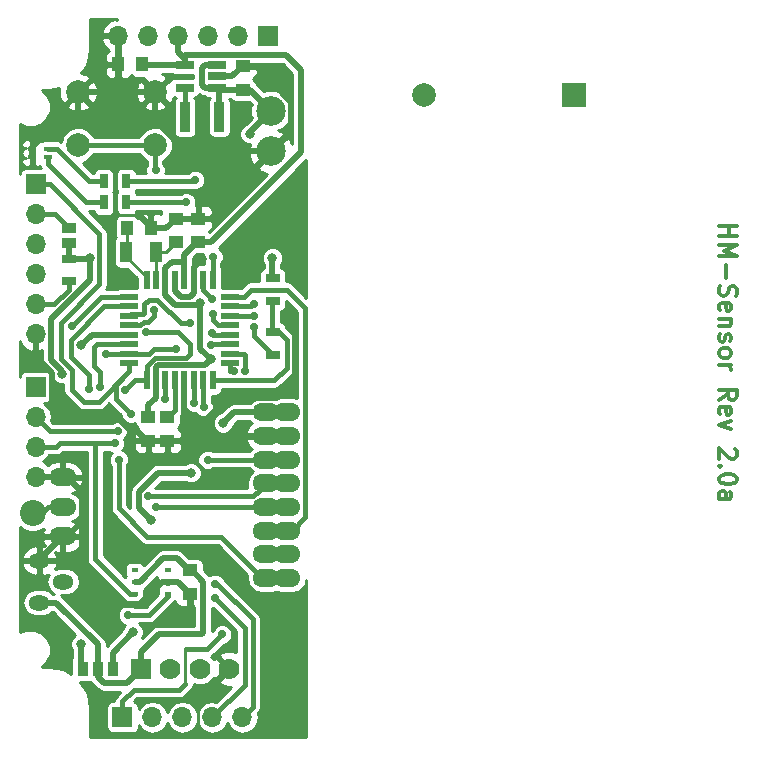
<source format=gtl>
G04 #@! TF.FileFunction,Copper,L1,Top,Signal*
%FSLAX46Y46*%
G04 Gerber Fmt 4.6, Leading zero omitted, Abs format (unit mm)*
G04 Created by KiCad (PCBNEW 4.0.6) date 04/23/17 17:59:47*
%MOMM*%
%LPD*%
G01*
G04 APERTURE LIST*
%ADD10C,0.100000*%
%ADD11C,0.300000*%
%ADD12R,1.700000X1.700000*%
%ADD13O,1.700000X1.700000*%
%ADD14R,0.700000X1.300000*%
%ADD15C,2.500000*%
%ADD16R,1.270000X0.970000*%
%ADD17R,0.970000X1.270000*%
%ADD18C,2.000000*%
%ADD19R,1.560000X0.650000*%
%ADD20R,0.550000X1.600000*%
%ADD21R,1.600000X0.550000*%
%ADD22R,2.000000X2.000000*%
%ADD23O,1.800000X1.300000*%
%ADD24C,2.200000*%
%ADD25R,1.000000X1.800000*%
%ADD26R,0.700000X0.400000*%
%ADD27R,1.250000X1.000000*%
%ADD28R,1.000000X1.250000*%
%ADD29R,0.900000X2.500000*%
%ADD30R,1.300000X0.700000*%
%ADD31O,2.286000X1.524000*%
%ADD32C,1.778000*%
%ADD33R,1.778000X1.778000*%
%ADD34R,0.600000X0.400000*%
%ADD35C,0.800000*%
%ADD36C,0.700000*%
%ADD37C,0.400000*%
%ADD38C,0.250000*%
%ADD39C,0.500000*%
%ADD40C,0.254000*%
G04 APERTURE END LIST*
D10*
D11*
X157831429Y-97118572D02*
X159331429Y-97118572D01*
X158617143Y-97118572D02*
X158617143Y-97975715D01*
X157831429Y-97975715D02*
X159331429Y-97975715D01*
X157831429Y-98690001D02*
X159331429Y-98690001D01*
X158260000Y-99190001D01*
X159331429Y-99690001D01*
X157831429Y-99690001D01*
X158402857Y-100404287D02*
X158402857Y-101547144D01*
X157902857Y-102190001D02*
X157831429Y-102404287D01*
X157831429Y-102761430D01*
X157902857Y-102904287D01*
X157974286Y-102975716D01*
X158117143Y-103047144D01*
X158260000Y-103047144D01*
X158402857Y-102975716D01*
X158474286Y-102904287D01*
X158545714Y-102761430D01*
X158617143Y-102475716D01*
X158688571Y-102332858D01*
X158760000Y-102261430D01*
X158902857Y-102190001D01*
X159045714Y-102190001D01*
X159188571Y-102261430D01*
X159260000Y-102332858D01*
X159331429Y-102475716D01*
X159331429Y-102832858D01*
X159260000Y-103047144D01*
X157902857Y-104261429D02*
X157831429Y-104118572D01*
X157831429Y-103832858D01*
X157902857Y-103690001D01*
X158045714Y-103618572D01*
X158617143Y-103618572D01*
X158760000Y-103690001D01*
X158831429Y-103832858D01*
X158831429Y-104118572D01*
X158760000Y-104261429D01*
X158617143Y-104332858D01*
X158474286Y-104332858D01*
X158331429Y-103618572D01*
X158831429Y-104975715D02*
X157831429Y-104975715D01*
X158688571Y-104975715D02*
X158760000Y-105047143D01*
X158831429Y-105190001D01*
X158831429Y-105404286D01*
X158760000Y-105547143D01*
X158617143Y-105618572D01*
X157831429Y-105618572D01*
X157902857Y-106261429D02*
X157831429Y-106404286D01*
X157831429Y-106690001D01*
X157902857Y-106832858D01*
X158045714Y-106904286D01*
X158117143Y-106904286D01*
X158260000Y-106832858D01*
X158331429Y-106690001D01*
X158331429Y-106475715D01*
X158402857Y-106332858D01*
X158545714Y-106261429D01*
X158617143Y-106261429D01*
X158760000Y-106332858D01*
X158831429Y-106475715D01*
X158831429Y-106690001D01*
X158760000Y-106832858D01*
X157831429Y-107761430D02*
X157902857Y-107618572D01*
X157974286Y-107547144D01*
X158117143Y-107475715D01*
X158545714Y-107475715D01*
X158688571Y-107547144D01*
X158760000Y-107618572D01*
X158831429Y-107761430D01*
X158831429Y-107975715D01*
X158760000Y-108118572D01*
X158688571Y-108190001D01*
X158545714Y-108261430D01*
X158117143Y-108261430D01*
X157974286Y-108190001D01*
X157902857Y-108118572D01*
X157831429Y-107975715D01*
X157831429Y-107761430D01*
X157831429Y-108904287D02*
X158831429Y-108904287D01*
X158545714Y-108904287D02*
X158688571Y-108975715D01*
X158760000Y-109047144D01*
X158831429Y-109190001D01*
X158831429Y-109332858D01*
X157831429Y-111832858D02*
X158545714Y-111332858D01*
X157831429Y-110975715D02*
X159331429Y-110975715D01*
X159331429Y-111547143D01*
X159260000Y-111690001D01*
X159188571Y-111761429D01*
X159045714Y-111832858D01*
X158831429Y-111832858D01*
X158688571Y-111761429D01*
X158617143Y-111690001D01*
X158545714Y-111547143D01*
X158545714Y-110975715D01*
X157902857Y-113047143D02*
X157831429Y-112904286D01*
X157831429Y-112618572D01*
X157902857Y-112475715D01*
X158045714Y-112404286D01*
X158617143Y-112404286D01*
X158760000Y-112475715D01*
X158831429Y-112618572D01*
X158831429Y-112904286D01*
X158760000Y-113047143D01*
X158617143Y-113118572D01*
X158474286Y-113118572D01*
X158331429Y-112404286D01*
X158831429Y-113618572D02*
X157831429Y-113975715D01*
X158831429Y-114332857D01*
X159188571Y-115975714D02*
X159260000Y-116047143D01*
X159331429Y-116190000D01*
X159331429Y-116547143D01*
X159260000Y-116690000D01*
X159188571Y-116761429D01*
X159045714Y-116832857D01*
X158902857Y-116832857D01*
X158688571Y-116761429D01*
X157831429Y-115904286D01*
X157831429Y-116832857D01*
X157974286Y-117475714D02*
X157902857Y-117547142D01*
X157831429Y-117475714D01*
X157902857Y-117404285D01*
X157974286Y-117475714D01*
X157831429Y-117475714D01*
X159331429Y-118475714D02*
X159331429Y-118618571D01*
X159260000Y-118761428D01*
X159188571Y-118832857D01*
X159045714Y-118904286D01*
X158760000Y-118975714D01*
X158402857Y-118975714D01*
X158117143Y-118904286D01*
X157974286Y-118832857D01*
X157902857Y-118761428D01*
X157831429Y-118618571D01*
X157831429Y-118475714D01*
X157902857Y-118332857D01*
X157974286Y-118261428D01*
X158117143Y-118190000D01*
X158402857Y-118118571D01*
X158760000Y-118118571D01*
X159045714Y-118190000D01*
X159188571Y-118261428D01*
X159260000Y-118332857D01*
X159331429Y-118475714D01*
X157831429Y-120261428D02*
X158617143Y-120261428D01*
X158760000Y-120189999D01*
X158831429Y-120047142D01*
X158831429Y-119761428D01*
X158760000Y-119618571D01*
X157902857Y-120261428D02*
X157831429Y-120118571D01*
X157831429Y-119761428D01*
X157902857Y-119618571D01*
X158045714Y-119547142D01*
X158188571Y-119547142D01*
X158331429Y-119618571D01*
X158402857Y-119761428D01*
X158402857Y-120118571D01*
X158474286Y-120261428D01*
D12*
X99949000Y-110744000D03*
D13*
X99949000Y-113284000D03*
X99949000Y-115824000D03*
X99949000Y-118364000D03*
D14*
X105730000Y-95123000D03*
X107630000Y-95123000D03*
D15*
X119888000Y-87376000D03*
X119888000Y-90805000D03*
D12*
X119634000Y-81026000D03*
D13*
X117094000Y-81026000D03*
X114554000Y-81026000D03*
X112014000Y-81026000D03*
X109474000Y-81026000D03*
X106934000Y-81026000D03*
D16*
X102743000Y-97277000D03*
X102743000Y-98557000D03*
D12*
X99949000Y-93599000D03*
D13*
X99949000Y-96139000D03*
X99949000Y-98679000D03*
X99949000Y-101219000D03*
X99949000Y-103759000D03*
X99949000Y-106299000D03*
D17*
X106470000Y-134600000D03*
X105200000Y-134600000D03*
X103930000Y-134600000D03*
D18*
X110064000Y-85780600D03*
X110064000Y-90280600D03*
X103564000Y-85780600D03*
X103564000Y-90280600D03*
D19*
X115269000Y-85405000D03*
X115269000Y-84455000D03*
X115269000Y-83505000D03*
X112569000Y-83505000D03*
X112569000Y-85405000D03*
D20*
X114941000Y-101668000D03*
X114141000Y-101668000D03*
X113341000Y-101668000D03*
X112541000Y-101668000D03*
X111741000Y-101668000D03*
X110941000Y-101668000D03*
X110141000Y-101668000D03*
X109341000Y-101668000D03*
D21*
X107891000Y-103118000D03*
X107891000Y-103918000D03*
X107891000Y-104718000D03*
X107891000Y-105518000D03*
X107891000Y-106318000D03*
X107891000Y-107118000D03*
X107891000Y-107918000D03*
X107891000Y-108718000D03*
D20*
X109341000Y-110168000D03*
X110141000Y-110168000D03*
X110941000Y-110168000D03*
X111741000Y-110168000D03*
X112541000Y-110168000D03*
X113341000Y-110168000D03*
X114141000Y-110168000D03*
X114941000Y-110168000D03*
D21*
X116391000Y-108718000D03*
X116391000Y-107918000D03*
X116391000Y-107118000D03*
X116391000Y-106318000D03*
X116391000Y-105518000D03*
X116391000Y-104718000D03*
X116391000Y-103918000D03*
X116391000Y-103118000D03*
D22*
X145500000Y-86000000D03*
D18*
X132800000Y-86000000D03*
D23*
X102300400Y-127232300D03*
X100268400Y-125454300D03*
X100268400Y-129010300D03*
D24*
X99695000Y-121412000D03*
D25*
X107600000Y-99300000D03*
X110100000Y-99300000D03*
D26*
X100980000Y-91282000D03*
X99680000Y-91282000D03*
X100980000Y-90582000D03*
X99680000Y-90582000D03*
D27*
X111800000Y-98500000D03*
X111800000Y-96500000D03*
X117475000Y-85582000D03*
X117475000Y-83582000D03*
D28*
X107700000Y-97300000D03*
X109700000Y-97300000D03*
D27*
X109500000Y-113300000D03*
X109500000Y-115300000D03*
X113700000Y-98500000D03*
X113700000Y-96500000D03*
D28*
X108950000Y-83439000D03*
X106950000Y-83439000D03*
D27*
X111100000Y-113300000D03*
X111100000Y-115300000D03*
X113030000Y-126254000D03*
X113030000Y-128254000D03*
D29*
X112596000Y-87884000D03*
X115496000Y-87884000D03*
D30*
X102743000Y-99888000D03*
X102743000Y-101788000D03*
X120015000Y-103439000D03*
X120015000Y-101539000D03*
X120015000Y-108011000D03*
X120015000Y-106111000D03*
D14*
X105730000Y-93345000D03*
X107630000Y-93345000D03*
D12*
X107300000Y-138700000D03*
D13*
X109840000Y-138700000D03*
X112380000Y-138700000D03*
X114920000Y-138700000D03*
X117460000Y-138700000D03*
D31*
X121235000Y-126897000D03*
X121235000Y-124897000D03*
X121235000Y-122897000D03*
X121235000Y-120897000D03*
X121235000Y-118897000D03*
X121235000Y-116897000D03*
X121235000Y-114897000D03*
X121235000Y-112897000D03*
X102235000Y-123397000D03*
X102235000Y-120897000D03*
X102235000Y-118397000D03*
X119485000Y-112897000D03*
X119485000Y-114897000D03*
X119485000Y-116897000D03*
X119485000Y-118897000D03*
X119485000Y-120897000D03*
X119485000Y-122897000D03*
X119485000Y-124897000D03*
X119485000Y-126897000D03*
D32*
X111350000Y-134600000D03*
X113850000Y-134600000D03*
X116350000Y-134600000D03*
D33*
X108850000Y-134600000D03*
D34*
X108328000Y-128254000D03*
X108328000Y-127254000D03*
X108328000Y-126254000D03*
X111128000Y-128254000D03*
X111128000Y-127254000D03*
X111128000Y-126254000D03*
D35*
X121700000Y-97790000D03*
X113030000Y-129667000D03*
X102108000Y-113093500D03*
X114000000Y-99900000D03*
X121700000Y-104700000D03*
X118100000Y-89300000D03*
X120000000Y-99800000D03*
X115834978Y-113800000D03*
X113100000Y-118000000D03*
X102155010Y-109621345D03*
X113900000Y-103600002D03*
X109728000Y-122047000D03*
X108204000Y-131508500D03*
X114800000Y-108400000D03*
X104514594Y-99858084D03*
D36*
X118400000Y-103700000D03*
X118400000Y-104700000D03*
X110099990Y-120900000D03*
X108000000Y-113000000D03*
X109500000Y-120000000D03*
X107500000Y-111000000D03*
X109289128Y-106080779D03*
X114500000Y-116900000D03*
X111800000Y-107502976D03*
X105940989Y-107943883D03*
X115000000Y-104600000D03*
D35*
X103805010Y-107200000D03*
X103800000Y-132500000D03*
D36*
X118400000Y-105700000D03*
X113028419Y-105363657D03*
X115000000Y-99700000D03*
X112700006Y-95100000D03*
X114900000Y-103300000D03*
X113460541Y-93201692D03*
X110000000Y-104200000D03*
X110100004Y-92400000D03*
X102988646Y-105579101D03*
X104504112Y-110923786D03*
X105384978Y-110716127D03*
X106997500Y-116903500D03*
X114173000Y-112458500D03*
X115734978Y-131700000D03*
X116699998Y-109412990D03*
X117700000Y-109412990D03*
X106900006Y-114500000D03*
X107759500Y-130047998D03*
X114796046Y-107177215D03*
X114899151Y-106212578D03*
X106680000Y-115506500D03*
X115129968Y-128600000D03*
X110939568Y-111760645D03*
X113326250Y-112075524D03*
X115129968Y-127429801D03*
D37*
X100972000Y-120897000D02*
X100457000Y-121412000D01*
X100457000Y-121412000D02*
X99695000Y-121412000D01*
X102235000Y-120897000D02*
X100972000Y-120897000D01*
D38*
X110100000Y-99300000D02*
X111000000Y-99300000D01*
X111000000Y-99300000D02*
X111800000Y-98500000D01*
X110100000Y-99300000D02*
X110100000Y-101627000D01*
X110100000Y-101627000D02*
X110141000Y-101668000D01*
X108727500Y-96202500D02*
X106489500Y-96202500D01*
D39*
X109700000Y-97300000D02*
X109700000Y-97175000D01*
X109700000Y-97175000D02*
X108727500Y-96202500D01*
D38*
X113665000Y-137287000D02*
X113665000Y-139827000D01*
D39*
X115461001Y-135490999D02*
X113665000Y-137287000D01*
X116350000Y-134600000D02*
X115461001Y-135488999D01*
X115461001Y-135488999D02*
X115461001Y-135490999D01*
X112541000Y-110168000D02*
X112541000Y-111468000D01*
X112521249Y-114790249D02*
X112628000Y-114897000D01*
X112521249Y-111487751D02*
X112521249Y-114790249D01*
X112541000Y-111468000D02*
X112521249Y-111487751D01*
X119485000Y-114897000D02*
X113900000Y-114897000D01*
X113900000Y-114897000D02*
X112628000Y-114897000D01*
X116220010Y-111679990D02*
X113900000Y-114000000D01*
X113900000Y-114000000D02*
X113900000Y-114897000D01*
X121900000Y-110200000D02*
X120420010Y-111679990D01*
X120420010Y-111679990D02*
X116220010Y-111679990D01*
X121900000Y-105465685D02*
X121900000Y-110200000D01*
X121700000Y-104700000D02*
X121700000Y-105265685D01*
X121700000Y-105265685D02*
X121900000Y-105465685D01*
X112628000Y-114897000D02*
X112225000Y-115300000D01*
X112225000Y-115300000D02*
X111100000Y-115300000D01*
X121235000Y-114897000D02*
X119485000Y-114897000D01*
X109500000Y-115300000D02*
X111100000Y-115300000D01*
X109500000Y-115300000D02*
X109375000Y-115300000D01*
X109375000Y-115300000D02*
X108375000Y-114300000D01*
X108375000Y-114300000D02*
X107891404Y-114300000D01*
X107891404Y-114300000D02*
X106691404Y-113100000D01*
X106691404Y-113100000D02*
X102114500Y-113100000D01*
X102114500Y-113100000D02*
X102108000Y-113093500D01*
X101300000Y-109575998D02*
X101300000Y-112285500D01*
X99949000Y-106299000D02*
X99949000Y-108224998D01*
X99949000Y-108224998D02*
X101300000Y-109575998D01*
X101300000Y-112285500D02*
X102108000Y-113093500D01*
X111128000Y-127254000D02*
X110646000Y-127254000D01*
X110646000Y-127254000D02*
X108700000Y-129200000D01*
X108700000Y-129200000D02*
X107600000Y-129200000D01*
X107600000Y-129200000D02*
X103878000Y-125478000D01*
X103878000Y-125478000D02*
X103878000Y-122135000D01*
X113341000Y-102793598D02*
X113341000Y-101668000D01*
X113039609Y-103094989D02*
X113341000Y-102793598D01*
X112221279Y-103094989D02*
X113039609Y-103094989D01*
X111741000Y-102614710D02*
X112221279Y-103094989D01*
X111741000Y-101668000D02*
X111741000Y-102614710D01*
X117475000Y-83582000D02*
X118600000Y-83582000D01*
X118600000Y-83582000D02*
X121593001Y-86575001D01*
X121593001Y-86575001D02*
X121593001Y-89099999D01*
X121593001Y-89099999D02*
X119888000Y-90805000D01*
X112712500Y-90805000D02*
X110064000Y-88156500D01*
X110064000Y-88156500D02*
X110064000Y-85780600D01*
X117095000Y-90805000D02*
X112712500Y-90805000D01*
X99680000Y-91282000D02*
X99680000Y-90582000D01*
X113030000Y-128254000D02*
X113030000Y-129667000D01*
X110064000Y-85780600D02*
X108180600Y-85780600D01*
X108180600Y-85780600D02*
X106950000Y-84550000D01*
X106950000Y-84550000D02*
X106950000Y-83439000D01*
X103564000Y-85780600D02*
X103564000Y-87636000D01*
X101500000Y-89700000D02*
X100400000Y-89700000D01*
X100400000Y-89700000D02*
X99680000Y-90420000D01*
X103564000Y-87636000D02*
X101500000Y-89700000D01*
X99680000Y-90420000D02*
X99680000Y-90582000D01*
X113341000Y-101668000D02*
X113341000Y-100559000D01*
X113341000Y-100559000D02*
X114000000Y-99900000D01*
X113700000Y-96500000D02*
X114825000Y-96500000D01*
X114825000Y-96500000D02*
X117095000Y-94230000D01*
X117095000Y-94230000D02*
X117095000Y-90805000D01*
X111800000Y-96500000D02*
X113700000Y-96500000D01*
X109700000Y-97300000D02*
X111000000Y-97300000D01*
X111000000Y-97300000D02*
X111800000Y-96500000D01*
X113030000Y-128254000D02*
X112030000Y-127254000D01*
X112030000Y-127254000D02*
X111128000Y-127254000D01*
X102235000Y-123397000D02*
X102616000Y-123397000D01*
X102616000Y-123397000D02*
X103878000Y-122135000D01*
X103878000Y-122135000D02*
X103878000Y-119659000D01*
X100268400Y-125454300D02*
X100268400Y-125363600D01*
X100268400Y-125363600D02*
X102235000Y-123397000D01*
X102616000Y-118397000D02*
X102235000Y-118397000D01*
X103878000Y-119659000D02*
X102616000Y-118397000D01*
X102235000Y-118397000D02*
X99982000Y-118397000D01*
X99982000Y-118397000D02*
X99949000Y-118364000D01*
X117593000Y-83700000D02*
X117475000Y-83582000D01*
X106950000Y-83439000D02*
X106950000Y-84564000D01*
X105733400Y-85780600D02*
X103564000Y-85780600D01*
X106950000Y-84564000D02*
X105733400Y-85780600D01*
X106950000Y-83439000D02*
X106950000Y-81042000D01*
X106950000Y-81042000D02*
X106934000Y-81026000D01*
X117475000Y-83582000D02*
X116602000Y-84455000D01*
X116602000Y-84455000D02*
X115269000Y-84455000D01*
X119888000Y-90805000D02*
X117095000Y-90805000D01*
X118094000Y-85582000D02*
X117475000Y-85582000D01*
X119888000Y-87376000D02*
X118094000Y-85582000D01*
X115269000Y-85405000D02*
X114294998Y-85405000D01*
X114294998Y-85405000D02*
X114033999Y-85144001D01*
X114294998Y-83505000D02*
X115269000Y-83505000D01*
X114033999Y-85144001D02*
X114033999Y-83765999D01*
X114033999Y-83765999D02*
X114294998Y-83505000D01*
X118100000Y-89164000D02*
X118100000Y-89300000D01*
X119888000Y-87376000D02*
X118100000Y-89164000D01*
X119888000Y-87376000D02*
X119900000Y-87364000D01*
X119888000Y-87376000D02*
X119776000Y-87376000D01*
X117982000Y-85582000D02*
X117475000Y-85582000D01*
X120000000Y-99800000D02*
X120000000Y-101524000D01*
X120000000Y-101524000D02*
X120015000Y-101539000D01*
X117475000Y-85582000D02*
X115446000Y-85582000D01*
X115446000Y-85582000D02*
X115269000Y-85405000D01*
X115496000Y-87884000D02*
X115496000Y-85632000D01*
X115496000Y-85632000D02*
X115269000Y-85405000D01*
D38*
X107600000Y-99300000D02*
X107600000Y-99700000D01*
X107600000Y-99700000D02*
X109341000Y-101441000D01*
X109341000Y-101441000D02*
X109341000Y-101668000D01*
X107700000Y-97300000D02*
X107700000Y-99200000D01*
X107700000Y-99200000D02*
X107600000Y-99300000D01*
D39*
X119485000Y-112897000D02*
X121235000Y-112897000D01*
X115834978Y-113800000D02*
X116737978Y-112897000D01*
X116737978Y-112897000D02*
X119485000Y-112897000D01*
X109728000Y-122047000D02*
X108694999Y-121013999D01*
X110308598Y-118000000D02*
X113100000Y-118000000D01*
X108694999Y-121013999D02*
X108694999Y-119613599D01*
X108694999Y-119613599D02*
X110308598Y-118000000D01*
X109500000Y-113300000D02*
X109500000Y-112300000D01*
X109500000Y-112300000D02*
X110141000Y-111659000D01*
X110141000Y-111659000D02*
X110141000Y-110168000D01*
X102155010Y-109357401D02*
X102155010Y-109621345D01*
X101254001Y-104953323D02*
X101254001Y-108456392D01*
X104514594Y-101692730D02*
X101254001Y-104953323D01*
X104514594Y-99858084D02*
X104514594Y-101692730D01*
X101254001Y-108456392D02*
X102155010Y-109357401D01*
X110941000Y-101668000D02*
X110941000Y-102968000D01*
X110941000Y-102968000D02*
X111773000Y-103800000D01*
X113700002Y-103800000D02*
X113900000Y-103600002D01*
X111773000Y-103800000D02*
X113700002Y-103800000D01*
X113900000Y-107500000D02*
X113900000Y-103600002D01*
X114800000Y-108400000D02*
X113900000Y-107500000D01*
X114287001Y-108912999D02*
X114800000Y-108400000D01*
X110141000Y-109073998D02*
X110301999Y-108912999D01*
X110141000Y-110168000D02*
X110141000Y-109073998D01*
X110301999Y-108912999D02*
X114287001Y-108912999D01*
X106470000Y-133242500D02*
X108204000Y-131508500D01*
X106470000Y-134600000D02*
X106470000Y-133242500D01*
X110100000Y-110209000D02*
X110141000Y-110168000D01*
X112569000Y-83505000D02*
X112600000Y-83474000D01*
X112600000Y-83474000D02*
X112600000Y-83000000D01*
X112600000Y-83000000D02*
X112000000Y-82400000D01*
X112000000Y-82400000D02*
X112014000Y-82386000D01*
X112014000Y-82386000D02*
X112014000Y-81026000D01*
X113700000Y-98500000D02*
X114825000Y-98500000D01*
X114825000Y-98500000D02*
X122450001Y-90874999D01*
X122450001Y-90874999D02*
X122450001Y-83891999D01*
X122450001Y-83891999D02*
X121185001Y-82626999D01*
X121185001Y-82626999D02*
X112573001Y-82626999D01*
X112573001Y-82626999D02*
X112569000Y-82631000D01*
X112569000Y-82631000D02*
X112569000Y-83505000D01*
X113575000Y-98500000D02*
X113700000Y-98500000D01*
X112541000Y-99534000D02*
X113575000Y-98500000D01*
X112541000Y-100159000D02*
X112541000Y-99534000D01*
X104484678Y-99888000D02*
X104514594Y-99858084D01*
X102743000Y-99888000D02*
X104484678Y-99888000D01*
X110941000Y-101668000D02*
X110941000Y-100669002D01*
X110941000Y-100669002D02*
X111451002Y-100159000D01*
X111451002Y-100159000D02*
X112541000Y-100159000D01*
X102743000Y-99888000D02*
X102743000Y-98557000D01*
X112541000Y-100159000D02*
X112541000Y-101668000D01*
X112569000Y-83505000D02*
X109016000Y-83505000D01*
X109016000Y-83505000D02*
X108950000Y-83439000D01*
D37*
X111100000Y-113300000D02*
X111741000Y-112659000D01*
X111741000Y-112659000D02*
X111741000Y-110168000D01*
X105730000Y-95123000D02*
X104221000Y-95123000D01*
X104221000Y-95123000D02*
X100980000Y-91882000D01*
X100980000Y-91882000D02*
X100980000Y-91282000D01*
X105730000Y-93345000D02*
X104493000Y-93345000D01*
X104493000Y-93345000D02*
X101730000Y-90582000D01*
X101730000Y-90582000D02*
X100980000Y-90582000D01*
X118400000Y-103700000D02*
X118182000Y-103918000D01*
X118182000Y-103918000D02*
X116391000Y-103918000D01*
X118382000Y-104718000D02*
X118400000Y-104700000D01*
X116391000Y-104718000D02*
X118382000Y-104718000D01*
X116409000Y-104700000D02*
X118400000Y-104700000D01*
X99949000Y-96139000D02*
X101605000Y-96139000D01*
X101605000Y-96139000D02*
X102743000Y-97277000D01*
X110102990Y-120897000D02*
X110099990Y-120900000D01*
X119485000Y-120897000D02*
X110102990Y-120897000D01*
X121235000Y-120897000D02*
X119485000Y-120897000D01*
X106744998Y-110539002D02*
X106744998Y-111744998D01*
X106744998Y-111744998D02*
X108000000Y-113000000D01*
X107891000Y-109393000D02*
X106744998Y-110539002D01*
X99949000Y-93599000D02*
X101199000Y-93599000D01*
X101199000Y-93599000D02*
X105349999Y-97749999D01*
X105349999Y-97749999D02*
X105349999Y-102050001D01*
X105349999Y-102050001D02*
X102100000Y-105300000D01*
X102100000Y-105300000D02*
X102100000Y-108376066D01*
X102100000Y-108376066D02*
X102999977Y-109276043D01*
X102999977Y-109276043D02*
X102999977Y-110999977D01*
X102999977Y-110999977D02*
X104000000Y-112000000D01*
X104000000Y-112000000D02*
X105300000Y-112000000D01*
X105300000Y-112000000D02*
X107891000Y-109409000D01*
X107891000Y-109409000D02*
X107891000Y-109393000D01*
X107891000Y-109393000D02*
X107891000Y-108718000D01*
X119485000Y-118897000D02*
X118652010Y-119729990D01*
X118652010Y-119729990D02*
X118620609Y-119729990D01*
X118620609Y-119729990D02*
X118350599Y-120000000D01*
X118350599Y-120000000D02*
X109500000Y-120000000D01*
X121235000Y-118897000D02*
X119485000Y-118897000D01*
X108332000Y-110168000D02*
X107500000Y-111000000D01*
X109341000Y-110168000D02*
X108332000Y-110168000D01*
X113000000Y-107100000D02*
X111980779Y-106080779D01*
X111980779Y-106080779D02*
X109289128Y-106080779D01*
X113000000Y-107910004D02*
X113000000Y-107100000D01*
X112652016Y-108257988D02*
X113000000Y-107910004D01*
X110030685Y-108257988D02*
X112652016Y-108257988D01*
X109341000Y-108947673D02*
X110030685Y-108257988D01*
X109341000Y-110168000D02*
X109341000Y-108947673D01*
X114503000Y-116897000D02*
X114500000Y-116900000D01*
X119485000Y-116897000D02*
X114503000Y-116897000D01*
X121235000Y-116897000D02*
X119485000Y-116897000D01*
X109930083Y-107502976D02*
X111800000Y-107502976D01*
X107891000Y-107918000D02*
X109515059Y-107918000D01*
X109515059Y-107918000D02*
X109930083Y-107502976D01*
X105966872Y-107918000D02*
X105940989Y-107943883D01*
X107891000Y-107918000D02*
X105966872Y-107918000D01*
X115000000Y-105094974D02*
X115000000Y-104600000D01*
X116391000Y-105518000D02*
X115423026Y-105518000D01*
X115423026Y-105518000D02*
X115000000Y-105094974D01*
X102743000Y-101788000D02*
X102743000Y-102538000D01*
X102743000Y-102538000D02*
X101522000Y-103759000D01*
X101522000Y-103759000D02*
X99949000Y-103759000D01*
D39*
X104687010Y-106318000D02*
X103805010Y-107200000D01*
X107891000Y-106318000D02*
X104687010Y-106318000D01*
X103800000Y-132500000D02*
X103800000Y-134470000D01*
X103800000Y-134470000D02*
X103930000Y-134600000D01*
D37*
X112596000Y-87884000D02*
X112596000Y-85432000D01*
X112596000Y-85432000D02*
X112569000Y-85405000D01*
X120015000Y-106111000D02*
X120511000Y-106111000D01*
X120511000Y-106111000D02*
X121200000Y-106800000D01*
X121200000Y-106800000D02*
X121200000Y-109117402D01*
X121200000Y-109117402D02*
X120149402Y-110168000D01*
X120149402Y-110168000D02*
X114941000Y-110168000D01*
X120015000Y-103439000D02*
X120000000Y-103454000D01*
X120000000Y-103454000D02*
X120000000Y-106096000D01*
X120000000Y-106096000D02*
X120015000Y-106111000D01*
X120015000Y-108011000D02*
X118400000Y-106396000D01*
X118400000Y-106396000D02*
X118400000Y-105700000D01*
X112281061Y-105363657D02*
X113028419Y-105363657D01*
X109015000Y-104598001D02*
X109144998Y-104468003D01*
X109144998Y-104468003D02*
X109144998Y-103737598D01*
X110262402Y-103344998D02*
X112281061Y-105363657D01*
X109537598Y-103344998D02*
X110262402Y-103344998D01*
X109144998Y-103737598D02*
X109537598Y-103344998D01*
X108010999Y-104598001D02*
X109015000Y-104598001D01*
X107891000Y-104718000D02*
X108010999Y-104598001D01*
X114941000Y-99759000D02*
X115000000Y-99700000D01*
X114941000Y-101668000D02*
X114941000Y-99759000D01*
X112677006Y-95123000D02*
X112700006Y-95100000D01*
X107630000Y-95123000D02*
X112677006Y-95123000D01*
X114141000Y-102541000D02*
X114900000Y-103300000D01*
X114141000Y-101668000D02*
X114141000Y-102541000D01*
X113317233Y-93345000D02*
X113460541Y-93201692D01*
X107630000Y-93345000D02*
X113317233Y-93345000D01*
X107891000Y-105518000D02*
X108781012Y-105518000D01*
X108781012Y-105518000D02*
X109096001Y-105203011D01*
X109096001Y-105203011D02*
X109491963Y-105203011D01*
X110000000Y-104694974D02*
X110000000Y-104200000D01*
X109491963Y-105203011D02*
X110000000Y-104694974D01*
X110064000Y-90280600D02*
X110064000Y-92363996D01*
X110064000Y-92363996D02*
X110100004Y-92400000D01*
X103564000Y-90280600D02*
X110064000Y-90280600D01*
X102988646Y-105579101D02*
X105467747Y-103100000D01*
X105467747Y-103100000D02*
X105485747Y-103118000D01*
X105485747Y-103118000D02*
X107891000Y-103118000D01*
X107891000Y-103918000D02*
X105767149Y-103918000D01*
X104504112Y-109769816D02*
X104504112Y-110923786D01*
X102900000Y-108165704D02*
X104504112Y-109769816D01*
X102900000Y-106785149D02*
X102900000Y-108165704D01*
X105767149Y-103918000D02*
X102900000Y-106785149D01*
X119485000Y-126897000D02*
X119104000Y-126897000D01*
X119104000Y-126897000D02*
X115651000Y-123444000D01*
X115651000Y-123444000D02*
X109410500Y-123444000D01*
X109410500Y-123444000D02*
X106997500Y-121031000D01*
X106997500Y-121031000D02*
X106997500Y-116903500D01*
X121235000Y-126897000D02*
X119485000Y-126897000D01*
X104900000Y-107400000D02*
X104900000Y-109000000D01*
X105384978Y-109484978D02*
X105384978Y-110716127D01*
X104900000Y-109000000D02*
X105384978Y-109484978D01*
X105182000Y-107118000D02*
X104900000Y-107400000D01*
X107891000Y-107118000D02*
X105182000Y-107118000D01*
X114141000Y-112426500D02*
X114173000Y-112458500D01*
X114141000Y-110168000D02*
X114141000Y-112426500D01*
X114465978Y-132969000D02*
X115734978Y-131700000D01*
X112649000Y-132969000D02*
X114465978Y-132969000D01*
X108267500Y-136398000D02*
X107300000Y-137365500D01*
X107300000Y-137365500D02*
X107300000Y-138700000D01*
X112104998Y-136398000D02*
X108267500Y-136398000D01*
X112630999Y-135871999D02*
X112104998Y-136398000D01*
D38*
X112649000Y-132969000D02*
X112630999Y-132987001D01*
X112630999Y-132987001D02*
X112630999Y-135871999D01*
D37*
X116391000Y-109393000D02*
X116410990Y-109412990D01*
X116391000Y-108718000D02*
X116391000Y-109393000D01*
X116410990Y-109412990D02*
X116699998Y-109412990D01*
X117591000Y-107918000D02*
X117700000Y-108027000D01*
X116391000Y-107918000D02*
X117591000Y-107918000D01*
X117700000Y-108027000D02*
X117700000Y-109412990D01*
X111128000Y-128254000D02*
X111128000Y-128472000D01*
X108254474Y-130047998D02*
X107759500Y-130047998D01*
X111128000Y-128472000D02*
X109552000Y-130048000D01*
X109552000Y-130048000D02*
X108254476Y-130048000D01*
X108254476Y-130048000D02*
X108254474Y-130047998D01*
X101165000Y-114500000D02*
X106900006Y-114500000D01*
X99949000Y-113284000D02*
X101165000Y-114500000D01*
X116391000Y-107118000D02*
X114855261Y-107118000D01*
X114855261Y-107118000D02*
X114796046Y-107177215D01*
X108328000Y-128254000D02*
X107954000Y-128254000D01*
X107954000Y-128254000D02*
X104985990Y-125285990D01*
X104985990Y-125285990D02*
X104985990Y-115526990D01*
X104985990Y-115526990D02*
X104965500Y-115506500D01*
X101993500Y-115506500D02*
X101676000Y-115824000D01*
X101676000Y-115824000D02*
X99949000Y-115824000D01*
X104965500Y-115506500D02*
X101993500Y-115506500D01*
X115004573Y-106318000D02*
X114899151Y-106212578D01*
X116391000Y-106318000D02*
X115004573Y-106318000D01*
X106680000Y-115506500D02*
X104965500Y-115506500D01*
X116391000Y-103118000D02*
X117591000Y-103118000D01*
X122783010Y-114413609D02*
X122783010Y-115380391D01*
X122778010Y-114408609D02*
X122783010Y-114413609D01*
X117591000Y-103118000D02*
X118209000Y-102500000D01*
X122778010Y-120408609D02*
X122783010Y-120413609D01*
X122778010Y-112408609D02*
X122783010Y-112413609D01*
X121200000Y-102500000D02*
X122778010Y-104078010D01*
X122783010Y-118413609D02*
X122783010Y-119380391D01*
X122783010Y-117380391D02*
X122778010Y-117385391D01*
X118209000Y-102500000D02*
X121200000Y-102500000D01*
X122778010Y-118408609D02*
X122783010Y-118413609D01*
X122778010Y-104078010D02*
X122778010Y-112408609D01*
X122778010Y-117385391D02*
X122778010Y-118408609D01*
X122778010Y-119385391D02*
X122778010Y-120408609D01*
X122783010Y-112413609D02*
X122783010Y-113380391D01*
X122783010Y-113380391D02*
X122778010Y-113385391D01*
X122778010Y-113385391D02*
X122778010Y-114408609D01*
X122783010Y-115380391D02*
X122778010Y-115385391D01*
X122778010Y-115385391D02*
X122778010Y-116408609D01*
X122778010Y-116408609D02*
X122783010Y-116413609D01*
X122783010Y-119380391D02*
X122778010Y-119385391D01*
X122783010Y-116413609D02*
X122783010Y-117380391D01*
X122783010Y-120413609D02*
X122783010Y-121380391D01*
X122783010Y-121380391D02*
X122778010Y-121385391D01*
X122778010Y-121385391D02*
X122778010Y-121734990D01*
X122778010Y-121734990D02*
X121616000Y-122897000D01*
X121616000Y-122897000D02*
X121235000Y-122897000D01*
X121235000Y-122897000D02*
X119485000Y-122897000D01*
X121235000Y-124897000D02*
X119485000Y-124897000D01*
X117644001Y-135975999D02*
X117644001Y-131114033D01*
X117644001Y-131114033D02*
X115129968Y-128600000D01*
X114920000Y-138700000D02*
X117644001Y-135975999D01*
X110941000Y-111759213D02*
X110939568Y-111760645D01*
X110941000Y-110168000D02*
X110941000Y-111759213D01*
X113341000Y-112060774D02*
X113326250Y-112075524D01*
X113341000Y-110168000D02*
X113341000Y-112060774D01*
X115132612Y-127432445D02*
X115129968Y-127429801D01*
X115334969Y-127432445D02*
X115132612Y-127432445D01*
X117460000Y-138700000D02*
X118309999Y-137850001D01*
X118309999Y-137850001D02*
X118309999Y-130407475D01*
X118309999Y-130407475D02*
X115334969Y-127432445D01*
D39*
X113030000Y-126254000D02*
X113155000Y-126254000D01*
X113155000Y-126254000D02*
X114155000Y-127254000D01*
X114046000Y-131699000D02*
X110362000Y-131699000D01*
X114155000Y-131590000D02*
X114046000Y-131699000D01*
X110362000Y-131699000D02*
X108850000Y-133211000D01*
X108850000Y-133211000D02*
X108850000Y-134600000D01*
X114155000Y-127254000D02*
X114155000Y-131590000D01*
X113030000Y-126254000D02*
X112905000Y-126254000D01*
X112905000Y-126254000D02*
X111905000Y-125254000D01*
X111905000Y-125254000D02*
X110746000Y-125254000D01*
X110746000Y-125254000D02*
X108746000Y-127254000D01*
X108746000Y-127254000D02*
X108328000Y-127254000D01*
X108850000Y-134600000D02*
X107650000Y-135800000D01*
X107650000Y-135800000D02*
X105739998Y-135800000D01*
X105739998Y-135800000D02*
X105200000Y-135260002D01*
X105200000Y-135260002D02*
X105200000Y-134600000D01*
X100268400Y-129010300D02*
X101668400Y-129010300D01*
X101668400Y-129010300D02*
X105200000Y-132541900D01*
X105200000Y-132541900D02*
X105200000Y-134600000D01*
D40*
G36*
X106193348Y-116233453D02*
X106377614Y-116309967D01*
X106270547Y-116416848D01*
X106139649Y-116732085D01*
X106139352Y-117073418D01*
X106269699Y-117388883D01*
X106289500Y-117408719D01*
X106289500Y-121030995D01*
X106289499Y-121031000D01*
X106343393Y-121301940D01*
X106496868Y-121531632D01*
X108909866Y-123944629D01*
X108909868Y-123944632D01*
X109097984Y-124070327D01*
X109139560Y-124098107D01*
X109410500Y-124152000D01*
X115357736Y-124152000D01*
X117851608Y-126645871D01*
X117801655Y-126897000D01*
X117898328Y-127383008D01*
X118173629Y-127795026D01*
X118585647Y-128070327D01*
X119071655Y-128167000D01*
X119898345Y-128167000D01*
X120360000Y-128075171D01*
X120821655Y-128167000D01*
X121648345Y-128167000D01*
X122134353Y-128070327D01*
X122546371Y-127795026D01*
X122821672Y-127383008D01*
X122873000Y-127124965D01*
X122873000Y-140417000D01*
X104583000Y-140417000D01*
X104583000Y-138000000D01*
X104571798Y-137943684D01*
X104571798Y-137886263D01*
X104343437Y-136738213D01*
X104343437Y-136738211D01*
X104268790Y-136558000D01*
X104256386Y-136528053D01*
X104256385Y-136528052D01*
X103738480Y-135752952D01*
X104415000Y-135752952D01*
X104570507Y-135723692D01*
X104622778Y-135734277D01*
X104664013Y-135795989D01*
X105204011Y-136335987D01*
X105449923Y-136500301D01*
X105739998Y-136558000D01*
X107106236Y-136558000D01*
X106799368Y-136864868D01*
X106645893Y-137094560D01*
X106598653Y-137332048D01*
X106450000Y-137332048D01*
X106261747Y-137367470D01*
X106088847Y-137478728D01*
X105972855Y-137648488D01*
X105932048Y-137850000D01*
X105932048Y-139550000D01*
X105967470Y-139738253D01*
X106078728Y-139911153D01*
X106248488Y-140027145D01*
X106450000Y-140067952D01*
X108150000Y-140067952D01*
X108338253Y-140032530D01*
X108511153Y-139921272D01*
X108627145Y-139751512D01*
X108667952Y-139550000D01*
X108667952Y-139369879D01*
X108879749Y-139686856D01*
X109320316Y-139981233D01*
X109840000Y-140084605D01*
X110359684Y-139981233D01*
X110800251Y-139686856D01*
X111094628Y-139246289D01*
X111110000Y-139169009D01*
X111125372Y-139246289D01*
X111419749Y-139686856D01*
X111860316Y-139981233D01*
X112380000Y-140084605D01*
X112899684Y-139981233D01*
X113340251Y-139686856D01*
X113634628Y-139246289D01*
X113650000Y-139169009D01*
X113665372Y-139246289D01*
X113959749Y-139686856D01*
X114400316Y-139981233D01*
X114920000Y-140084605D01*
X115439684Y-139981233D01*
X115880251Y-139686856D01*
X116174628Y-139246289D01*
X116190000Y-139169009D01*
X116205372Y-139246289D01*
X116499749Y-139686856D01*
X116940316Y-139981233D01*
X117460000Y-140084605D01*
X117979684Y-139981233D01*
X118420251Y-139686856D01*
X118714628Y-139246289D01*
X118818000Y-138726605D01*
X118818000Y-138673395D01*
X118763228Y-138398036D01*
X118810631Y-138350633D01*
X118964106Y-138120941D01*
X119017999Y-137850001D01*
X119017999Y-130407480D01*
X119018000Y-130407475D01*
X118964106Y-130136535D01*
X118904949Y-130048000D01*
X118810631Y-129906843D01*
X118810628Y-129906841D01*
X115864503Y-126960715D01*
X115857769Y-126944418D01*
X115616620Y-126702848D01*
X115301383Y-126571950D01*
X114960050Y-126571653D01*
X114666089Y-126693115D01*
X114172952Y-126199978D01*
X114172952Y-125754000D01*
X114137530Y-125565747D01*
X114026272Y-125392847D01*
X113856512Y-125276855D01*
X113655000Y-125236048D01*
X112959022Y-125236048D01*
X112440987Y-124718013D01*
X112195074Y-124553699D01*
X111905000Y-124496000D01*
X110746000Y-124496000D01*
X110455926Y-124553699D01*
X110210013Y-124718013D01*
X109091638Y-125836388D01*
X108999272Y-125692847D01*
X108829512Y-125576855D01*
X108628000Y-125536048D01*
X108028000Y-125536048D01*
X107839747Y-125571470D01*
X107666847Y-125682728D01*
X107550855Y-125852488D01*
X107510048Y-126054000D01*
X107510048Y-126454000D01*
X107545470Y-126642253D01*
X107617751Y-126754582D01*
X107552031Y-126850767D01*
X105693990Y-124992726D01*
X105693990Y-116214500D01*
X106174428Y-116214500D01*
X106193348Y-116233453D01*
X106193348Y-116233453D01*
G37*
X106193348Y-116233453D02*
X106377614Y-116309967D01*
X106270547Y-116416848D01*
X106139649Y-116732085D01*
X106139352Y-117073418D01*
X106269699Y-117388883D01*
X106289500Y-117408719D01*
X106289500Y-121030995D01*
X106289499Y-121031000D01*
X106343393Y-121301940D01*
X106496868Y-121531632D01*
X108909866Y-123944629D01*
X108909868Y-123944632D01*
X109097984Y-124070327D01*
X109139560Y-124098107D01*
X109410500Y-124152000D01*
X115357736Y-124152000D01*
X117851608Y-126645871D01*
X117801655Y-126897000D01*
X117898328Y-127383008D01*
X118173629Y-127795026D01*
X118585647Y-128070327D01*
X119071655Y-128167000D01*
X119898345Y-128167000D01*
X120360000Y-128075171D01*
X120821655Y-128167000D01*
X121648345Y-128167000D01*
X122134353Y-128070327D01*
X122546371Y-127795026D01*
X122821672Y-127383008D01*
X122873000Y-127124965D01*
X122873000Y-140417000D01*
X104583000Y-140417000D01*
X104583000Y-138000000D01*
X104571798Y-137943684D01*
X104571798Y-137886263D01*
X104343437Y-136738213D01*
X104343437Y-136738211D01*
X104268790Y-136558000D01*
X104256386Y-136528053D01*
X104256385Y-136528052D01*
X103738480Y-135752952D01*
X104415000Y-135752952D01*
X104570507Y-135723692D01*
X104622778Y-135734277D01*
X104664013Y-135795989D01*
X105204011Y-136335987D01*
X105449923Y-136500301D01*
X105739998Y-136558000D01*
X107106236Y-136558000D01*
X106799368Y-136864868D01*
X106645893Y-137094560D01*
X106598653Y-137332048D01*
X106450000Y-137332048D01*
X106261747Y-137367470D01*
X106088847Y-137478728D01*
X105972855Y-137648488D01*
X105932048Y-137850000D01*
X105932048Y-139550000D01*
X105967470Y-139738253D01*
X106078728Y-139911153D01*
X106248488Y-140027145D01*
X106450000Y-140067952D01*
X108150000Y-140067952D01*
X108338253Y-140032530D01*
X108511153Y-139921272D01*
X108627145Y-139751512D01*
X108667952Y-139550000D01*
X108667952Y-139369879D01*
X108879749Y-139686856D01*
X109320316Y-139981233D01*
X109840000Y-140084605D01*
X110359684Y-139981233D01*
X110800251Y-139686856D01*
X111094628Y-139246289D01*
X111110000Y-139169009D01*
X111125372Y-139246289D01*
X111419749Y-139686856D01*
X111860316Y-139981233D01*
X112380000Y-140084605D01*
X112899684Y-139981233D01*
X113340251Y-139686856D01*
X113634628Y-139246289D01*
X113650000Y-139169009D01*
X113665372Y-139246289D01*
X113959749Y-139686856D01*
X114400316Y-139981233D01*
X114920000Y-140084605D01*
X115439684Y-139981233D01*
X115880251Y-139686856D01*
X116174628Y-139246289D01*
X116190000Y-139169009D01*
X116205372Y-139246289D01*
X116499749Y-139686856D01*
X116940316Y-139981233D01*
X117460000Y-140084605D01*
X117979684Y-139981233D01*
X118420251Y-139686856D01*
X118714628Y-139246289D01*
X118818000Y-138726605D01*
X118818000Y-138673395D01*
X118763228Y-138398036D01*
X118810631Y-138350633D01*
X118964106Y-138120941D01*
X119017999Y-137850001D01*
X119017999Y-130407480D01*
X119018000Y-130407475D01*
X118964106Y-130136535D01*
X118904949Y-130048000D01*
X118810631Y-129906843D01*
X118810628Y-129906841D01*
X115864503Y-126960715D01*
X115857769Y-126944418D01*
X115616620Y-126702848D01*
X115301383Y-126571950D01*
X114960050Y-126571653D01*
X114666089Y-126693115D01*
X114172952Y-126199978D01*
X114172952Y-125754000D01*
X114137530Y-125565747D01*
X114026272Y-125392847D01*
X113856512Y-125276855D01*
X113655000Y-125236048D01*
X112959022Y-125236048D01*
X112440987Y-124718013D01*
X112195074Y-124553699D01*
X111905000Y-124496000D01*
X110746000Y-124496000D01*
X110455926Y-124553699D01*
X110210013Y-124718013D01*
X109091638Y-125836388D01*
X108999272Y-125692847D01*
X108829512Y-125576855D01*
X108628000Y-125536048D01*
X108028000Y-125536048D01*
X107839747Y-125571470D01*
X107666847Y-125682728D01*
X107550855Y-125852488D01*
X107510048Y-126054000D01*
X107510048Y-126454000D01*
X107545470Y-126642253D01*
X107617751Y-126754582D01*
X107552031Y-126850767D01*
X105693990Y-124992726D01*
X105693990Y-116214500D01*
X106174428Y-116214500D01*
X106193348Y-116233453D01*
G36*
X114958553Y-129457851D02*
X114986580Y-129457875D01*
X116936001Y-131407296D01*
X116936001Y-133191559D01*
X116588035Y-133064484D01*
X115982300Y-133090277D01*
X115542467Y-133272461D01*
X115457409Y-133527804D01*
X116350000Y-134420395D01*
X116364143Y-134406253D01*
X116543748Y-134585858D01*
X116529605Y-134600000D01*
X116543748Y-134614143D01*
X116364143Y-134793748D01*
X116350000Y-134779605D01*
X115457409Y-135672196D01*
X115542467Y-135927539D01*
X116111965Y-136135516D01*
X116499732Y-136119004D01*
X115239741Y-137378996D01*
X114920000Y-137315395D01*
X114400316Y-137418767D01*
X113959749Y-137713144D01*
X113665372Y-138153711D01*
X113650000Y-138230991D01*
X113634628Y-138153711D01*
X113340251Y-137713144D01*
X112899684Y-137418767D01*
X112380000Y-137315395D01*
X111860316Y-137418767D01*
X111419749Y-137713144D01*
X111125372Y-138153711D01*
X111110000Y-138230991D01*
X111094628Y-138153711D01*
X110800251Y-137713144D01*
X110359684Y-137418767D01*
X109840000Y-137315395D01*
X109320316Y-137418767D01*
X108879749Y-137713144D01*
X108667952Y-138030121D01*
X108667952Y-137850000D01*
X108632530Y-137661747D01*
X108521272Y-137488847D01*
X108351512Y-137372855D01*
X108303609Y-137363154D01*
X108560763Y-137106000D01*
X112104993Y-137106000D01*
X112104998Y-137106001D01*
X112375938Y-137052107D01*
X112605630Y-136898632D01*
X113131631Y-136372630D01*
X113285106Y-136142939D01*
X113333770Y-135898292D01*
X113570900Y-135996757D01*
X114126661Y-135997242D01*
X114640303Y-135785010D01*
X115021285Y-135404693D01*
X115022461Y-135407533D01*
X115277804Y-135492591D01*
X116170395Y-134600000D01*
X115277804Y-133707409D01*
X115022461Y-133792467D01*
X115021215Y-133795878D01*
X114804001Y-133578284D01*
X114966610Y-133469632D01*
X115878117Y-132558125D01*
X115904896Y-132558148D01*
X116220361Y-132427801D01*
X116461931Y-132186652D01*
X116592829Y-131871415D01*
X116593126Y-131530082D01*
X116462779Y-131214617D01*
X116221630Y-130973047D01*
X115906393Y-130842149D01*
X115565060Y-130841852D01*
X115249595Y-130972199D01*
X115008025Y-131213348D01*
X114913000Y-131442193D01*
X114913000Y-129438936D01*
X114958553Y-129457851D01*
X114958553Y-129457851D01*
G37*
X114958553Y-129457851D02*
X114986580Y-129457875D01*
X116936001Y-131407296D01*
X116936001Y-133191559D01*
X116588035Y-133064484D01*
X115982300Y-133090277D01*
X115542467Y-133272461D01*
X115457409Y-133527804D01*
X116350000Y-134420395D01*
X116364143Y-134406253D01*
X116543748Y-134585858D01*
X116529605Y-134600000D01*
X116543748Y-134614143D01*
X116364143Y-134793748D01*
X116350000Y-134779605D01*
X115457409Y-135672196D01*
X115542467Y-135927539D01*
X116111965Y-136135516D01*
X116499732Y-136119004D01*
X115239741Y-137378996D01*
X114920000Y-137315395D01*
X114400316Y-137418767D01*
X113959749Y-137713144D01*
X113665372Y-138153711D01*
X113650000Y-138230991D01*
X113634628Y-138153711D01*
X113340251Y-137713144D01*
X112899684Y-137418767D01*
X112380000Y-137315395D01*
X111860316Y-137418767D01*
X111419749Y-137713144D01*
X111125372Y-138153711D01*
X111110000Y-138230991D01*
X111094628Y-138153711D01*
X110800251Y-137713144D01*
X110359684Y-137418767D01*
X109840000Y-137315395D01*
X109320316Y-137418767D01*
X108879749Y-137713144D01*
X108667952Y-138030121D01*
X108667952Y-137850000D01*
X108632530Y-137661747D01*
X108521272Y-137488847D01*
X108351512Y-137372855D01*
X108303609Y-137363154D01*
X108560763Y-137106000D01*
X112104993Y-137106000D01*
X112104998Y-137106001D01*
X112375938Y-137052107D01*
X112605630Y-136898632D01*
X113131631Y-136372630D01*
X113285106Y-136142939D01*
X113333770Y-135898292D01*
X113570900Y-135996757D01*
X114126661Y-135997242D01*
X114640303Y-135785010D01*
X115021285Y-135404693D01*
X115022461Y-135407533D01*
X115277804Y-135492591D01*
X116170395Y-134600000D01*
X115277804Y-133707409D01*
X115022461Y-133792467D01*
X115021215Y-133795878D01*
X114804001Y-133578284D01*
X114966610Y-133469632D01*
X115878117Y-132558125D01*
X115904896Y-132558148D01*
X116220361Y-132427801D01*
X116461931Y-132186652D01*
X116592829Y-131871415D01*
X116593126Y-131530082D01*
X116462779Y-131214617D01*
X116221630Y-130973047D01*
X115906393Y-130842149D01*
X115565060Y-130841852D01*
X115249595Y-130972199D01*
X115008025Y-131213348D01*
X114913000Y-131442193D01*
X114913000Y-129438936D01*
X114958553Y-129457851D01*
G36*
X104277990Y-125285985D02*
X104277989Y-125285990D01*
X104331883Y-125556930D01*
X104485358Y-125786622D01*
X107453368Y-128754632D01*
X107683060Y-128908107D01*
X107954000Y-128962001D01*
X107954005Y-128962000D01*
X107978855Y-128962000D01*
X108028000Y-128971952D01*
X108628000Y-128971952D01*
X108816253Y-128936530D01*
X108989153Y-128825272D01*
X109105145Y-128655512D01*
X109145952Y-128454000D01*
X109145952Y-128054000D01*
X109117016Y-127900217D01*
X109281987Y-127789987D01*
X110227448Y-126844526D01*
X110193000Y-126927691D01*
X110193000Y-126995250D01*
X110351750Y-127154000D01*
X111001000Y-127154000D01*
X111001000Y-127107000D01*
X111255000Y-127107000D01*
X111255000Y-127154000D01*
X111275000Y-127154000D01*
X111275000Y-127354000D01*
X111255000Y-127354000D01*
X111255000Y-127401000D01*
X111001000Y-127401000D01*
X111001000Y-127354000D01*
X110351750Y-127354000D01*
X110193000Y-127512750D01*
X110193000Y-127580309D01*
X110289673Y-127813698D01*
X110347084Y-127871109D01*
X110310048Y-128054000D01*
X110310048Y-128288689D01*
X109258736Y-129340000D01*
X108265074Y-129340000D01*
X108246152Y-129321045D01*
X107930915Y-129190147D01*
X107589582Y-129189850D01*
X107274117Y-129320197D01*
X107032547Y-129561346D01*
X106901649Y-129876583D01*
X106901352Y-130217916D01*
X107031699Y-130533381D01*
X107272848Y-130774951D01*
X107541750Y-130886609D01*
X107434684Y-130993488D01*
X107296158Y-131327095D01*
X107296143Y-131344383D01*
X105958000Y-132682526D01*
X105958000Y-132541900D01*
X105900301Y-132251826D01*
X105735987Y-132005913D01*
X102204387Y-128474313D01*
X102078653Y-128390300D01*
X102577984Y-128390300D01*
X103021131Y-128302152D01*
X103396814Y-128051130D01*
X103647836Y-127675447D01*
X103735984Y-127232300D01*
X103647836Y-126789153D01*
X103396814Y-126413470D01*
X103021131Y-126162448D01*
X102577984Y-126074300D01*
X102022816Y-126074300D01*
X101579669Y-126162448D01*
X101576922Y-126164283D01*
X101745067Y-125875291D01*
X101761499Y-125779771D01*
X101637467Y-125581300D01*
X100395400Y-125581300D01*
X100395400Y-126586603D01*
X100598880Y-126748699D01*
X101061756Y-126626334D01*
X100952964Y-126789153D01*
X100864816Y-127232300D01*
X100952964Y-127675447D01*
X101203986Y-128051130D01*
X101505060Y-128252300D01*
X101405459Y-128252300D01*
X101364814Y-128191470D01*
X100989131Y-127940448D01*
X100545984Y-127852300D01*
X99990816Y-127852300D01*
X99547669Y-127940448D01*
X99171986Y-128191470D01*
X98920964Y-128567153D01*
X98832816Y-129010300D01*
X98920964Y-129453447D01*
X99171986Y-129829130D01*
X99547669Y-130080152D01*
X99990816Y-130168300D01*
X100545984Y-130168300D01*
X100989131Y-130080152D01*
X101364814Y-129829130D01*
X101385018Y-129798892D01*
X103307263Y-131721137D01*
X103286331Y-131729786D01*
X103030684Y-131984988D01*
X102892158Y-132318595D01*
X102891843Y-132679820D01*
X103029786Y-133013669D01*
X103042000Y-133025904D01*
X103042000Y-133654973D01*
X102967855Y-133763488D01*
X102927048Y-133965000D01*
X102927048Y-135047703D01*
X102471948Y-134743614D01*
X102261788Y-134656563D01*
X101113737Y-134428202D01*
X101056316Y-134428202D01*
X101000000Y-134417000D01*
X100498112Y-134417000D01*
X100947128Y-133968768D01*
X101207703Y-133341233D01*
X101208296Y-132661748D01*
X100948816Y-132033760D01*
X100468768Y-131552872D01*
X99841233Y-131292297D01*
X99161748Y-131291704D01*
X98583000Y-131530838D01*
X98583000Y-125779771D01*
X98775301Y-125779771D01*
X98791733Y-125875291D01*
X99046214Y-126312670D01*
X99448701Y-126619370D01*
X99937920Y-126748699D01*
X100141400Y-126586603D01*
X100141400Y-125581300D01*
X98899333Y-125581300D01*
X98775301Y-125779771D01*
X98583000Y-125779771D01*
X98583000Y-125128829D01*
X98775301Y-125128829D01*
X98899333Y-125327300D01*
X100141400Y-125327300D01*
X100141400Y-124321997D01*
X100395400Y-124321997D01*
X100395400Y-125327300D01*
X101637467Y-125327300D01*
X101761499Y-125128829D01*
X101745067Y-125033309D01*
X101580706Y-124750820D01*
X101727000Y-124794000D01*
X102108000Y-124794000D01*
X102108000Y-123524000D01*
X102362000Y-123524000D01*
X102362000Y-124794000D01*
X102743000Y-124794000D01*
X103267941Y-124639059D01*
X103693630Y-124295026D01*
X103955260Y-123814277D01*
X103970220Y-123740070D01*
X103847720Y-123524000D01*
X102362000Y-123524000D01*
X102108000Y-123524000D01*
X100622280Y-123524000D01*
X100499780Y-123740070D01*
X100514740Y-123814277D01*
X100720302Y-124192000D01*
X100598880Y-124159901D01*
X100395400Y-124321997D01*
X100141400Y-124321997D01*
X99937920Y-124159901D01*
X99448701Y-124289230D01*
X99046214Y-124595930D01*
X98791733Y-125033309D01*
X98775301Y-125128829D01*
X98583000Y-125128829D01*
X98583000Y-122574100D01*
X98782952Y-122774402D01*
X99373746Y-123019721D01*
X100013448Y-123020279D01*
X100604669Y-122775991D01*
X100650526Y-122730214D01*
X100514740Y-122979723D01*
X100499780Y-123053930D01*
X100622280Y-123270000D01*
X102108000Y-123270000D01*
X102108000Y-123250000D01*
X102362000Y-123250000D01*
X102362000Y-123270000D01*
X103847720Y-123270000D01*
X103970220Y-123053930D01*
X103955260Y-122979723D01*
X103693630Y-122498974D01*
X103267941Y-122154941D01*
X103042900Y-122088518D01*
X103134353Y-122070327D01*
X103546371Y-121795026D01*
X103821672Y-121383008D01*
X103918345Y-120897000D01*
X103821672Y-120410992D01*
X103546371Y-119998974D01*
X103134353Y-119723673D01*
X103042900Y-119705482D01*
X103267941Y-119639059D01*
X103693630Y-119295026D01*
X103955260Y-118814277D01*
X103970220Y-118740070D01*
X103847720Y-118524000D01*
X102362000Y-118524000D01*
X102362000Y-118544000D01*
X102108000Y-118544000D01*
X102108000Y-118524000D01*
X101286570Y-118524000D01*
X101269155Y-118491000D01*
X100076000Y-118491000D01*
X100076000Y-118511000D01*
X99822000Y-118511000D01*
X99822000Y-118491000D01*
X99802000Y-118491000D01*
X99802000Y-118237000D01*
X99822000Y-118237000D01*
X99822000Y-118217000D01*
X100076000Y-118217000D01*
X100076000Y-118237000D01*
X100603571Y-118237000D01*
X100622280Y-118270000D01*
X102108000Y-118270000D01*
X102108000Y-117000000D01*
X102362000Y-117000000D01*
X102362000Y-118270000D01*
X103847720Y-118270000D01*
X103970220Y-118053930D01*
X103955260Y-117979723D01*
X103693630Y-117498974D01*
X103267941Y-117154941D01*
X102743000Y-117000000D01*
X102362000Y-117000000D01*
X102108000Y-117000000D01*
X101727000Y-117000000D01*
X101202059Y-117154941D01*
X100980728Y-117333816D01*
X100830358Y-117168817D01*
X100554322Y-117039183D01*
X100935856Y-116784251D01*
X101104404Y-116532000D01*
X101675995Y-116532000D01*
X101676000Y-116532001D01*
X101946940Y-116478107D01*
X102176632Y-116324632D01*
X102286764Y-116214500D01*
X104277990Y-116214500D01*
X104277990Y-125285985D01*
X104277990Y-125285985D01*
G37*
X104277990Y-125285985D02*
X104277989Y-125285990D01*
X104331883Y-125556930D01*
X104485358Y-125786622D01*
X107453368Y-128754632D01*
X107683060Y-128908107D01*
X107954000Y-128962001D01*
X107954005Y-128962000D01*
X107978855Y-128962000D01*
X108028000Y-128971952D01*
X108628000Y-128971952D01*
X108816253Y-128936530D01*
X108989153Y-128825272D01*
X109105145Y-128655512D01*
X109145952Y-128454000D01*
X109145952Y-128054000D01*
X109117016Y-127900217D01*
X109281987Y-127789987D01*
X110227448Y-126844526D01*
X110193000Y-126927691D01*
X110193000Y-126995250D01*
X110351750Y-127154000D01*
X111001000Y-127154000D01*
X111001000Y-127107000D01*
X111255000Y-127107000D01*
X111255000Y-127154000D01*
X111275000Y-127154000D01*
X111275000Y-127354000D01*
X111255000Y-127354000D01*
X111255000Y-127401000D01*
X111001000Y-127401000D01*
X111001000Y-127354000D01*
X110351750Y-127354000D01*
X110193000Y-127512750D01*
X110193000Y-127580309D01*
X110289673Y-127813698D01*
X110347084Y-127871109D01*
X110310048Y-128054000D01*
X110310048Y-128288689D01*
X109258736Y-129340000D01*
X108265074Y-129340000D01*
X108246152Y-129321045D01*
X107930915Y-129190147D01*
X107589582Y-129189850D01*
X107274117Y-129320197D01*
X107032547Y-129561346D01*
X106901649Y-129876583D01*
X106901352Y-130217916D01*
X107031699Y-130533381D01*
X107272848Y-130774951D01*
X107541750Y-130886609D01*
X107434684Y-130993488D01*
X107296158Y-131327095D01*
X107296143Y-131344383D01*
X105958000Y-132682526D01*
X105958000Y-132541900D01*
X105900301Y-132251826D01*
X105735987Y-132005913D01*
X102204387Y-128474313D01*
X102078653Y-128390300D01*
X102577984Y-128390300D01*
X103021131Y-128302152D01*
X103396814Y-128051130D01*
X103647836Y-127675447D01*
X103735984Y-127232300D01*
X103647836Y-126789153D01*
X103396814Y-126413470D01*
X103021131Y-126162448D01*
X102577984Y-126074300D01*
X102022816Y-126074300D01*
X101579669Y-126162448D01*
X101576922Y-126164283D01*
X101745067Y-125875291D01*
X101761499Y-125779771D01*
X101637467Y-125581300D01*
X100395400Y-125581300D01*
X100395400Y-126586603D01*
X100598880Y-126748699D01*
X101061756Y-126626334D01*
X100952964Y-126789153D01*
X100864816Y-127232300D01*
X100952964Y-127675447D01*
X101203986Y-128051130D01*
X101505060Y-128252300D01*
X101405459Y-128252300D01*
X101364814Y-128191470D01*
X100989131Y-127940448D01*
X100545984Y-127852300D01*
X99990816Y-127852300D01*
X99547669Y-127940448D01*
X99171986Y-128191470D01*
X98920964Y-128567153D01*
X98832816Y-129010300D01*
X98920964Y-129453447D01*
X99171986Y-129829130D01*
X99547669Y-130080152D01*
X99990816Y-130168300D01*
X100545984Y-130168300D01*
X100989131Y-130080152D01*
X101364814Y-129829130D01*
X101385018Y-129798892D01*
X103307263Y-131721137D01*
X103286331Y-131729786D01*
X103030684Y-131984988D01*
X102892158Y-132318595D01*
X102891843Y-132679820D01*
X103029786Y-133013669D01*
X103042000Y-133025904D01*
X103042000Y-133654973D01*
X102967855Y-133763488D01*
X102927048Y-133965000D01*
X102927048Y-135047703D01*
X102471948Y-134743614D01*
X102261788Y-134656563D01*
X101113737Y-134428202D01*
X101056316Y-134428202D01*
X101000000Y-134417000D01*
X100498112Y-134417000D01*
X100947128Y-133968768D01*
X101207703Y-133341233D01*
X101208296Y-132661748D01*
X100948816Y-132033760D01*
X100468768Y-131552872D01*
X99841233Y-131292297D01*
X99161748Y-131291704D01*
X98583000Y-131530838D01*
X98583000Y-125779771D01*
X98775301Y-125779771D01*
X98791733Y-125875291D01*
X99046214Y-126312670D01*
X99448701Y-126619370D01*
X99937920Y-126748699D01*
X100141400Y-126586603D01*
X100141400Y-125581300D01*
X98899333Y-125581300D01*
X98775301Y-125779771D01*
X98583000Y-125779771D01*
X98583000Y-125128829D01*
X98775301Y-125128829D01*
X98899333Y-125327300D01*
X100141400Y-125327300D01*
X100141400Y-124321997D01*
X100395400Y-124321997D01*
X100395400Y-125327300D01*
X101637467Y-125327300D01*
X101761499Y-125128829D01*
X101745067Y-125033309D01*
X101580706Y-124750820D01*
X101727000Y-124794000D01*
X102108000Y-124794000D01*
X102108000Y-123524000D01*
X102362000Y-123524000D01*
X102362000Y-124794000D01*
X102743000Y-124794000D01*
X103267941Y-124639059D01*
X103693630Y-124295026D01*
X103955260Y-123814277D01*
X103970220Y-123740070D01*
X103847720Y-123524000D01*
X102362000Y-123524000D01*
X102108000Y-123524000D01*
X100622280Y-123524000D01*
X100499780Y-123740070D01*
X100514740Y-123814277D01*
X100720302Y-124192000D01*
X100598880Y-124159901D01*
X100395400Y-124321997D01*
X100141400Y-124321997D01*
X99937920Y-124159901D01*
X99448701Y-124289230D01*
X99046214Y-124595930D01*
X98791733Y-125033309D01*
X98775301Y-125128829D01*
X98583000Y-125128829D01*
X98583000Y-122574100D01*
X98782952Y-122774402D01*
X99373746Y-123019721D01*
X100013448Y-123020279D01*
X100604669Y-122775991D01*
X100650526Y-122730214D01*
X100514740Y-122979723D01*
X100499780Y-123053930D01*
X100622280Y-123270000D01*
X102108000Y-123270000D01*
X102108000Y-123250000D01*
X102362000Y-123250000D01*
X102362000Y-123270000D01*
X103847720Y-123270000D01*
X103970220Y-123053930D01*
X103955260Y-122979723D01*
X103693630Y-122498974D01*
X103267941Y-122154941D01*
X103042900Y-122088518D01*
X103134353Y-122070327D01*
X103546371Y-121795026D01*
X103821672Y-121383008D01*
X103918345Y-120897000D01*
X103821672Y-120410992D01*
X103546371Y-119998974D01*
X103134353Y-119723673D01*
X103042900Y-119705482D01*
X103267941Y-119639059D01*
X103693630Y-119295026D01*
X103955260Y-118814277D01*
X103970220Y-118740070D01*
X103847720Y-118524000D01*
X102362000Y-118524000D01*
X102362000Y-118544000D01*
X102108000Y-118544000D01*
X102108000Y-118524000D01*
X101286570Y-118524000D01*
X101269155Y-118491000D01*
X100076000Y-118491000D01*
X100076000Y-118511000D01*
X99822000Y-118511000D01*
X99822000Y-118491000D01*
X99802000Y-118491000D01*
X99802000Y-118237000D01*
X99822000Y-118237000D01*
X99822000Y-118217000D01*
X100076000Y-118217000D01*
X100076000Y-118237000D01*
X100603571Y-118237000D01*
X100622280Y-118270000D01*
X102108000Y-118270000D01*
X102108000Y-117000000D01*
X102362000Y-117000000D01*
X102362000Y-118270000D01*
X103847720Y-118270000D01*
X103970220Y-118053930D01*
X103955260Y-117979723D01*
X103693630Y-117498974D01*
X103267941Y-117154941D01*
X102743000Y-117000000D01*
X102362000Y-117000000D01*
X102108000Y-117000000D01*
X101727000Y-117000000D01*
X101202059Y-117154941D01*
X100980728Y-117333816D01*
X100830358Y-117168817D01*
X100554322Y-117039183D01*
X100935856Y-116784251D01*
X101104404Y-116532000D01*
X101675995Y-116532000D01*
X101676000Y-116532001D01*
X101946940Y-116478107D01*
X102176632Y-116324632D01*
X102286764Y-116214500D01*
X104277990Y-116214500D01*
X104277990Y-125285985D01*
G36*
X113157000Y-128127000D02*
X113177000Y-128127000D01*
X113177000Y-128381000D01*
X113157000Y-128381000D01*
X113157000Y-129230250D01*
X113315750Y-129389000D01*
X113397000Y-129389000D01*
X113397000Y-130941000D01*
X110362000Y-130941000D01*
X110071926Y-130998699D01*
X109826013Y-131163013D01*
X108978856Y-132010170D01*
X109111842Y-131689905D01*
X109112157Y-131328680D01*
X108974214Y-130994831D01*
X108735799Y-130756000D01*
X109551995Y-130756000D01*
X109552000Y-130756001D01*
X109822940Y-130702107D01*
X110052632Y-130548632D01*
X111628629Y-128972634D01*
X111628632Y-128972632D01*
X111680286Y-128895326D01*
X111770000Y-128837597D01*
X111770000Y-128880309D01*
X111866673Y-129113698D01*
X112045301Y-129292327D01*
X112278690Y-129389000D01*
X112744250Y-129389000D01*
X112903000Y-129230250D01*
X112903000Y-128381000D01*
X112883000Y-128381000D01*
X112883000Y-128127000D01*
X112903000Y-128127000D01*
X112903000Y-128107000D01*
X113157000Y-128107000D01*
X113157000Y-128127000D01*
X113157000Y-128127000D01*
G37*
X113157000Y-128127000D02*
X113177000Y-128127000D01*
X113177000Y-128381000D01*
X113157000Y-128381000D01*
X113157000Y-129230250D01*
X113315750Y-129389000D01*
X113397000Y-129389000D01*
X113397000Y-130941000D01*
X110362000Y-130941000D01*
X110071926Y-130998699D01*
X109826013Y-131163013D01*
X108978856Y-132010170D01*
X109111842Y-131689905D01*
X109112157Y-131328680D01*
X108974214Y-130994831D01*
X108735799Y-130756000D01*
X109551995Y-130756000D01*
X109552000Y-130756001D01*
X109822940Y-130702107D01*
X110052632Y-130548632D01*
X111628629Y-128972634D01*
X111628632Y-128972632D01*
X111680286Y-128895326D01*
X111770000Y-128837597D01*
X111770000Y-128880309D01*
X111866673Y-129113698D01*
X112045301Y-129292327D01*
X112278690Y-129389000D01*
X112744250Y-129389000D01*
X112903000Y-129230250D01*
X112903000Y-128381000D01*
X112883000Y-128381000D01*
X112883000Y-128127000D01*
X112903000Y-128127000D01*
X112903000Y-128107000D01*
X113157000Y-128107000D01*
X113157000Y-128127000D01*
G36*
X122070010Y-104371273D02*
X122070010Y-111710874D01*
X121648345Y-111627000D01*
X120821655Y-111627000D01*
X120360000Y-111718829D01*
X119898345Y-111627000D01*
X119071655Y-111627000D01*
X118585647Y-111723673D01*
X118173629Y-111998974D01*
X118080067Y-112139000D01*
X116737978Y-112139000D01*
X116447904Y-112196699D01*
X116201991Y-112361013D01*
X115671147Y-112891857D01*
X115655158Y-112891843D01*
X115321309Y-113029786D01*
X115065662Y-113284988D01*
X114927136Y-113618595D01*
X114926821Y-113979820D01*
X115064764Y-114313669D01*
X115319966Y-114569316D01*
X115653573Y-114707842D01*
X116014798Y-114708157D01*
X116348647Y-114570214D01*
X116604294Y-114315012D01*
X116742820Y-113981405D01*
X116742835Y-113964117D01*
X117051952Y-113655000D01*
X118080067Y-113655000D01*
X118173629Y-113795026D01*
X118231160Y-113833467D01*
X118026370Y-113998974D01*
X117764740Y-114479723D01*
X117749780Y-114553930D01*
X117872280Y-114770000D01*
X119358000Y-114770000D01*
X119358000Y-114750000D01*
X119610941Y-114750000D01*
X119612000Y-114751868D01*
X119612000Y-114770000D01*
X121108000Y-114770000D01*
X121108000Y-114751868D01*
X121109059Y-114750000D01*
X121362000Y-114750000D01*
X121362000Y-114770000D01*
X121382000Y-114770000D01*
X121382000Y-115024000D01*
X121362000Y-115024000D01*
X121362000Y-115044000D01*
X121109059Y-115044000D01*
X121108000Y-115042132D01*
X121108000Y-115024000D01*
X119612000Y-115024000D01*
X119612000Y-115042132D01*
X119610941Y-115044000D01*
X119358000Y-115044000D01*
X119358000Y-115024000D01*
X117872280Y-115024000D01*
X117749780Y-115240070D01*
X117764740Y-115314277D01*
X118026370Y-115795026D01*
X118231160Y-115960533D01*
X118173629Y-115998974D01*
X118046658Y-116189000D01*
X115002577Y-116189000D01*
X114986652Y-116173047D01*
X114671415Y-116042149D01*
X114330082Y-116041852D01*
X114014617Y-116172199D01*
X113773047Y-116413348D01*
X113642149Y-116728585D01*
X113641852Y-117069918D01*
X113772199Y-117385383D01*
X114013348Y-117626953D01*
X114328585Y-117757851D01*
X114669918Y-117758148D01*
X114985383Y-117627801D01*
X115008224Y-117605000D01*
X118046658Y-117605000D01*
X118173629Y-117795026D01*
X118326244Y-117897000D01*
X118173629Y-117998974D01*
X117898328Y-118410992D01*
X117801655Y-118897000D01*
X117880225Y-119292000D01*
X110088572Y-119292000D01*
X110622572Y-118758000D01*
X112573692Y-118758000D01*
X112584988Y-118769316D01*
X112918595Y-118907842D01*
X113279820Y-118908157D01*
X113613669Y-118770214D01*
X113869316Y-118515012D01*
X114007842Y-118181405D01*
X114008157Y-117820180D01*
X113870214Y-117486331D01*
X113615012Y-117230684D01*
X113281405Y-117092158D01*
X112920180Y-117091843D01*
X112586331Y-117229786D01*
X112574096Y-117242000D01*
X110308598Y-117242000D01*
X110018524Y-117299699D01*
X109772611Y-117464013D01*
X108159012Y-119077612D01*
X107994698Y-119323525D01*
X107936999Y-119613599D01*
X107936999Y-120969235D01*
X107705500Y-120737736D01*
X107705500Y-117409072D01*
X107724453Y-117390152D01*
X107855351Y-117074915D01*
X107855648Y-116733582D01*
X107725301Y-116418117D01*
X107484152Y-116176547D01*
X107299886Y-116100033D01*
X107406953Y-115993152D01*
X107537851Y-115677915D01*
X107537931Y-115585750D01*
X108240000Y-115585750D01*
X108240000Y-115926309D01*
X108336673Y-116159698D01*
X108515301Y-116338327D01*
X108748690Y-116435000D01*
X109214250Y-116435000D01*
X109373000Y-116276250D01*
X109373000Y-115427000D01*
X109627000Y-115427000D01*
X109627000Y-116276250D01*
X109785750Y-116435000D01*
X110251310Y-116435000D01*
X110300000Y-116414832D01*
X110348690Y-116435000D01*
X110814250Y-116435000D01*
X110973000Y-116276250D01*
X110973000Y-115427000D01*
X111227000Y-115427000D01*
X111227000Y-116276250D01*
X111385750Y-116435000D01*
X111851310Y-116435000D01*
X112084699Y-116338327D01*
X112263327Y-116159698D01*
X112360000Y-115926309D01*
X112360000Y-115585750D01*
X112201250Y-115427000D01*
X111227000Y-115427000D01*
X110973000Y-115427000D01*
X109627000Y-115427000D01*
X109373000Y-115427000D01*
X108398750Y-115427000D01*
X108240000Y-115585750D01*
X107537931Y-115585750D01*
X107538148Y-115336582D01*
X107461718Y-115151605D01*
X107626959Y-114986652D01*
X107757857Y-114671415D01*
X107758154Y-114330082D01*
X107627807Y-114014617D01*
X107386658Y-113773047D01*
X107071421Y-113642149D01*
X106730088Y-113641852D01*
X106414623Y-113772199D01*
X106394787Y-113792000D01*
X101458263Y-113792000D01*
X101270004Y-113603741D01*
X101333605Y-113284000D01*
X101230233Y-112764316D01*
X100935856Y-112323749D01*
X100618879Y-112111952D01*
X100799000Y-112111952D01*
X100987253Y-112076530D01*
X101160153Y-111965272D01*
X101276145Y-111795512D01*
X101316952Y-111594000D01*
X101316952Y-109970818D01*
X101384796Y-110135014D01*
X101639998Y-110390661D01*
X101973605Y-110529187D01*
X102291977Y-110529465D01*
X102291977Y-110999972D01*
X102291976Y-110999977D01*
X102345870Y-111270917D01*
X102499345Y-111500609D01*
X103499368Y-112500632D01*
X103729060Y-112654107D01*
X104000000Y-112708001D01*
X104000005Y-112708000D01*
X105299995Y-112708000D01*
X105300000Y-112708001D01*
X105570940Y-112654107D01*
X105800632Y-112500632D01*
X106168771Y-112132493D01*
X106244366Y-112245630D01*
X107141875Y-113143139D01*
X107141852Y-113169918D01*
X107272199Y-113485383D01*
X107513348Y-113726953D01*
X107828585Y-113857851D01*
X108169918Y-113858148D01*
X108357048Y-113780828D01*
X108357048Y-113800000D01*
X108392470Y-113988253D01*
X108503728Y-114161153D01*
X108599687Y-114226719D01*
X108515301Y-114261673D01*
X108336673Y-114440302D01*
X108240000Y-114673691D01*
X108240000Y-115014250D01*
X108398750Y-115173000D01*
X109373000Y-115173000D01*
X109373000Y-115153000D01*
X109627000Y-115153000D01*
X109627000Y-115173000D01*
X110973000Y-115173000D01*
X110973000Y-115153000D01*
X111227000Y-115153000D01*
X111227000Y-115173000D01*
X112201250Y-115173000D01*
X112360000Y-115014250D01*
X112360000Y-114673691D01*
X112263327Y-114440302D01*
X112084699Y-114261673D01*
X112000114Y-114226637D01*
X112086153Y-114171272D01*
X112202145Y-114001512D01*
X112242952Y-113800000D01*
X112242952Y-113157656D01*
X112395107Y-112929940D01*
X112449001Y-112659000D01*
X112449000Y-112658995D01*
X112449000Y-111234120D01*
X112493145Y-111169512D01*
X112533952Y-110968000D01*
X112533952Y-110021000D01*
X112548048Y-110021000D01*
X112548048Y-110968000D01*
X112583470Y-111156253D01*
X112633000Y-111233225D01*
X112633000Y-111555228D01*
X112599297Y-111588872D01*
X112468399Y-111904109D01*
X112468102Y-112245442D01*
X112598449Y-112560907D01*
X112839598Y-112802477D01*
X113154835Y-112933375D01*
X113440960Y-112933624D01*
X113445199Y-112943883D01*
X113686348Y-113185453D01*
X114001585Y-113316351D01*
X114342918Y-113316648D01*
X114658383Y-113186301D01*
X114899953Y-112945152D01*
X115030851Y-112629915D01*
X115031148Y-112288582D01*
X114900801Y-111973117D01*
X114849000Y-111921226D01*
X114849000Y-111485952D01*
X115216000Y-111485952D01*
X115404253Y-111450530D01*
X115577153Y-111339272D01*
X115693145Y-111169512D01*
X115733952Y-110968000D01*
X115733952Y-110876000D01*
X120149397Y-110876000D01*
X120149402Y-110876001D01*
X120420342Y-110822107D01*
X120650034Y-110668632D01*
X121700632Y-109618034D01*
X121854107Y-109388342D01*
X121908001Y-109117402D01*
X121908000Y-109117397D01*
X121908000Y-106800000D01*
X121854107Y-106529060D01*
X121700632Y-106299368D01*
X121700629Y-106299366D01*
X121182952Y-105781688D01*
X121182952Y-105761000D01*
X121147530Y-105572747D01*
X121036272Y-105399847D01*
X120866512Y-105283855D01*
X120708000Y-105251756D01*
X120708000Y-104298861D01*
X120853253Y-104271530D01*
X121026153Y-104160272D01*
X121142145Y-103990512D01*
X121182952Y-103789000D01*
X121182952Y-103484216D01*
X122070010Y-104371273D01*
X122070010Y-104371273D01*
G37*
X122070010Y-104371273D02*
X122070010Y-111710874D01*
X121648345Y-111627000D01*
X120821655Y-111627000D01*
X120360000Y-111718829D01*
X119898345Y-111627000D01*
X119071655Y-111627000D01*
X118585647Y-111723673D01*
X118173629Y-111998974D01*
X118080067Y-112139000D01*
X116737978Y-112139000D01*
X116447904Y-112196699D01*
X116201991Y-112361013D01*
X115671147Y-112891857D01*
X115655158Y-112891843D01*
X115321309Y-113029786D01*
X115065662Y-113284988D01*
X114927136Y-113618595D01*
X114926821Y-113979820D01*
X115064764Y-114313669D01*
X115319966Y-114569316D01*
X115653573Y-114707842D01*
X116014798Y-114708157D01*
X116348647Y-114570214D01*
X116604294Y-114315012D01*
X116742820Y-113981405D01*
X116742835Y-113964117D01*
X117051952Y-113655000D01*
X118080067Y-113655000D01*
X118173629Y-113795026D01*
X118231160Y-113833467D01*
X118026370Y-113998974D01*
X117764740Y-114479723D01*
X117749780Y-114553930D01*
X117872280Y-114770000D01*
X119358000Y-114770000D01*
X119358000Y-114750000D01*
X119610941Y-114750000D01*
X119612000Y-114751868D01*
X119612000Y-114770000D01*
X121108000Y-114770000D01*
X121108000Y-114751868D01*
X121109059Y-114750000D01*
X121362000Y-114750000D01*
X121362000Y-114770000D01*
X121382000Y-114770000D01*
X121382000Y-115024000D01*
X121362000Y-115024000D01*
X121362000Y-115044000D01*
X121109059Y-115044000D01*
X121108000Y-115042132D01*
X121108000Y-115024000D01*
X119612000Y-115024000D01*
X119612000Y-115042132D01*
X119610941Y-115044000D01*
X119358000Y-115044000D01*
X119358000Y-115024000D01*
X117872280Y-115024000D01*
X117749780Y-115240070D01*
X117764740Y-115314277D01*
X118026370Y-115795026D01*
X118231160Y-115960533D01*
X118173629Y-115998974D01*
X118046658Y-116189000D01*
X115002577Y-116189000D01*
X114986652Y-116173047D01*
X114671415Y-116042149D01*
X114330082Y-116041852D01*
X114014617Y-116172199D01*
X113773047Y-116413348D01*
X113642149Y-116728585D01*
X113641852Y-117069918D01*
X113772199Y-117385383D01*
X114013348Y-117626953D01*
X114328585Y-117757851D01*
X114669918Y-117758148D01*
X114985383Y-117627801D01*
X115008224Y-117605000D01*
X118046658Y-117605000D01*
X118173629Y-117795026D01*
X118326244Y-117897000D01*
X118173629Y-117998974D01*
X117898328Y-118410992D01*
X117801655Y-118897000D01*
X117880225Y-119292000D01*
X110088572Y-119292000D01*
X110622572Y-118758000D01*
X112573692Y-118758000D01*
X112584988Y-118769316D01*
X112918595Y-118907842D01*
X113279820Y-118908157D01*
X113613669Y-118770214D01*
X113869316Y-118515012D01*
X114007842Y-118181405D01*
X114008157Y-117820180D01*
X113870214Y-117486331D01*
X113615012Y-117230684D01*
X113281405Y-117092158D01*
X112920180Y-117091843D01*
X112586331Y-117229786D01*
X112574096Y-117242000D01*
X110308598Y-117242000D01*
X110018524Y-117299699D01*
X109772611Y-117464013D01*
X108159012Y-119077612D01*
X107994698Y-119323525D01*
X107936999Y-119613599D01*
X107936999Y-120969235D01*
X107705500Y-120737736D01*
X107705500Y-117409072D01*
X107724453Y-117390152D01*
X107855351Y-117074915D01*
X107855648Y-116733582D01*
X107725301Y-116418117D01*
X107484152Y-116176547D01*
X107299886Y-116100033D01*
X107406953Y-115993152D01*
X107537851Y-115677915D01*
X107537931Y-115585750D01*
X108240000Y-115585750D01*
X108240000Y-115926309D01*
X108336673Y-116159698D01*
X108515301Y-116338327D01*
X108748690Y-116435000D01*
X109214250Y-116435000D01*
X109373000Y-116276250D01*
X109373000Y-115427000D01*
X109627000Y-115427000D01*
X109627000Y-116276250D01*
X109785750Y-116435000D01*
X110251310Y-116435000D01*
X110300000Y-116414832D01*
X110348690Y-116435000D01*
X110814250Y-116435000D01*
X110973000Y-116276250D01*
X110973000Y-115427000D01*
X111227000Y-115427000D01*
X111227000Y-116276250D01*
X111385750Y-116435000D01*
X111851310Y-116435000D01*
X112084699Y-116338327D01*
X112263327Y-116159698D01*
X112360000Y-115926309D01*
X112360000Y-115585750D01*
X112201250Y-115427000D01*
X111227000Y-115427000D01*
X110973000Y-115427000D01*
X109627000Y-115427000D01*
X109373000Y-115427000D01*
X108398750Y-115427000D01*
X108240000Y-115585750D01*
X107537931Y-115585750D01*
X107538148Y-115336582D01*
X107461718Y-115151605D01*
X107626959Y-114986652D01*
X107757857Y-114671415D01*
X107758154Y-114330082D01*
X107627807Y-114014617D01*
X107386658Y-113773047D01*
X107071421Y-113642149D01*
X106730088Y-113641852D01*
X106414623Y-113772199D01*
X106394787Y-113792000D01*
X101458263Y-113792000D01*
X101270004Y-113603741D01*
X101333605Y-113284000D01*
X101230233Y-112764316D01*
X100935856Y-112323749D01*
X100618879Y-112111952D01*
X100799000Y-112111952D01*
X100987253Y-112076530D01*
X101160153Y-111965272D01*
X101276145Y-111795512D01*
X101316952Y-111594000D01*
X101316952Y-109970818D01*
X101384796Y-110135014D01*
X101639998Y-110390661D01*
X101973605Y-110529187D01*
X102291977Y-110529465D01*
X102291977Y-110999972D01*
X102291976Y-110999977D01*
X102345870Y-111270917D01*
X102499345Y-111500609D01*
X103499368Y-112500632D01*
X103729060Y-112654107D01*
X104000000Y-112708001D01*
X104000005Y-112708000D01*
X105299995Y-112708000D01*
X105300000Y-112708001D01*
X105570940Y-112654107D01*
X105800632Y-112500632D01*
X106168771Y-112132493D01*
X106244366Y-112245630D01*
X107141875Y-113143139D01*
X107141852Y-113169918D01*
X107272199Y-113485383D01*
X107513348Y-113726953D01*
X107828585Y-113857851D01*
X108169918Y-113858148D01*
X108357048Y-113780828D01*
X108357048Y-113800000D01*
X108392470Y-113988253D01*
X108503728Y-114161153D01*
X108599687Y-114226719D01*
X108515301Y-114261673D01*
X108336673Y-114440302D01*
X108240000Y-114673691D01*
X108240000Y-115014250D01*
X108398750Y-115173000D01*
X109373000Y-115173000D01*
X109373000Y-115153000D01*
X109627000Y-115153000D01*
X109627000Y-115173000D01*
X110973000Y-115173000D01*
X110973000Y-115153000D01*
X111227000Y-115153000D01*
X111227000Y-115173000D01*
X112201250Y-115173000D01*
X112360000Y-115014250D01*
X112360000Y-114673691D01*
X112263327Y-114440302D01*
X112084699Y-114261673D01*
X112000114Y-114226637D01*
X112086153Y-114171272D01*
X112202145Y-114001512D01*
X112242952Y-113800000D01*
X112242952Y-113157656D01*
X112395107Y-112929940D01*
X112449001Y-112659000D01*
X112449000Y-112658995D01*
X112449000Y-111234120D01*
X112493145Y-111169512D01*
X112533952Y-110968000D01*
X112533952Y-110021000D01*
X112548048Y-110021000D01*
X112548048Y-110968000D01*
X112583470Y-111156253D01*
X112633000Y-111233225D01*
X112633000Y-111555228D01*
X112599297Y-111588872D01*
X112468399Y-111904109D01*
X112468102Y-112245442D01*
X112598449Y-112560907D01*
X112839598Y-112802477D01*
X113154835Y-112933375D01*
X113440960Y-112933624D01*
X113445199Y-112943883D01*
X113686348Y-113185453D01*
X114001585Y-113316351D01*
X114342918Y-113316648D01*
X114658383Y-113186301D01*
X114899953Y-112945152D01*
X115030851Y-112629915D01*
X115031148Y-112288582D01*
X114900801Y-111973117D01*
X114849000Y-111921226D01*
X114849000Y-111485952D01*
X115216000Y-111485952D01*
X115404253Y-111450530D01*
X115577153Y-111339272D01*
X115693145Y-111169512D01*
X115733952Y-110968000D01*
X115733952Y-110876000D01*
X120149397Y-110876000D01*
X120149402Y-110876001D01*
X120420342Y-110822107D01*
X120650034Y-110668632D01*
X121700632Y-109618034D01*
X121854107Y-109388342D01*
X121908001Y-109117402D01*
X121908000Y-109117397D01*
X121908000Y-106800000D01*
X121854107Y-106529060D01*
X121700632Y-106299368D01*
X121700629Y-106299366D01*
X121182952Y-105781688D01*
X121182952Y-105761000D01*
X121147530Y-105572747D01*
X121036272Y-105399847D01*
X120866512Y-105283855D01*
X120708000Y-105251756D01*
X120708000Y-104298861D01*
X120853253Y-104271530D01*
X121026153Y-104160272D01*
X121142145Y-103990512D01*
X121182952Y-103789000D01*
X121182952Y-103484216D01*
X122070010Y-104371273D01*
G36*
X100076000Y-106172000D02*
X100096000Y-106172000D01*
X100096000Y-106426000D01*
X100076000Y-106426000D01*
X100076000Y-107619819D01*
X100305892Y-107740486D01*
X100496001Y-107651206D01*
X100496001Y-108456392D01*
X100553700Y-108746466D01*
X100718014Y-108992379D01*
X101247097Y-109521462D01*
X101246983Y-109652059D01*
X101170272Y-109532847D01*
X101000512Y-109416855D01*
X100799000Y-109376048D01*
X99099000Y-109376048D01*
X98910747Y-109411470D01*
X98737847Y-109522728D01*
X98621855Y-109692488D01*
X98583000Y-109884361D01*
X98583000Y-106838117D01*
X98677355Y-107065924D01*
X99067642Y-107494183D01*
X99592108Y-107740486D01*
X99822000Y-107619819D01*
X99822000Y-106426000D01*
X99802000Y-106426000D01*
X99802000Y-106172000D01*
X99822000Y-106172000D01*
X99822000Y-106152000D01*
X100076000Y-106152000D01*
X100076000Y-106172000D01*
X100076000Y-106172000D01*
G37*
X100076000Y-106172000D02*
X100096000Y-106172000D01*
X100096000Y-106426000D01*
X100076000Y-106426000D01*
X100076000Y-107619819D01*
X100305892Y-107740486D01*
X100496001Y-107651206D01*
X100496001Y-108456392D01*
X100553700Y-108746466D01*
X100718014Y-108992379D01*
X101247097Y-109521462D01*
X101246983Y-109652059D01*
X101170272Y-109532847D01*
X101000512Y-109416855D01*
X100799000Y-109376048D01*
X99099000Y-109376048D01*
X98910747Y-109411470D01*
X98737847Y-109522728D01*
X98621855Y-109692488D01*
X98583000Y-109884361D01*
X98583000Y-106838117D01*
X98677355Y-107065924D01*
X99067642Y-107494183D01*
X99592108Y-107740486D01*
X99822000Y-107619819D01*
X99822000Y-106426000D01*
X99802000Y-106426000D01*
X99802000Y-106172000D01*
X99822000Y-106172000D01*
X99822000Y-106152000D01*
X100076000Y-106152000D01*
X100076000Y-106172000D01*
G36*
X122873000Y-103171737D02*
X121700632Y-101999368D01*
X121470940Y-101845893D01*
X121200000Y-101791999D01*
X121199995Y-101792000D01*
X121182952Y-101792000D01*
X121182952Y-101189000D01*
X121147530Y-101000747D01*
X121036272Y-100827847D01*
X120866512Y-100711855D01*
X120758000Y-100689881D01*
X120758000Y-100326308D01*
X120769316Y-100315012D01*
X120907842Y-99981405D01*
X120908157Y-99620180D01*
X120770214Y-99286331D01*
X120515012Y-99030684D01*
X120181405Y-98892158D01*
X119820180Y-98891843D01*
X119486331Y-99029786D01*
X119230684Y-99284988D01*
X119092158Y-99618595D01*
X119091843Y-99979820D01*
X119229786Y-100313669D01*
X119242000Y-100325904D01*
X119242000Y-100694192D01*
X119176747Y-100706470D01*
X119003847Y-100817728D01*
X118887855Y-100987488D01*
X118847048Y-101189000D01*
X118847048Y-101792000D01*
X118209005Y-101792000D01*
X118209000Y-101791999D01*
X117938060Y-101845893D01*
X117708368Y-101999368D01*
X117350407Y-102357329D01*
X117191000Y-102325048D01*
X115733952Y-102325048D01*
X115733952Y-100868000D01*
X115698530Y-100679747D01*
X115649000Y-100602775D01*
X115649000Y-100264469D01*
X115726953Y-100186652D01*
X115857851Y-99871415D01*
X115858148Y-99530082D01*
X115727801Y-99214617D01*
X115486652Y-98973047D01*
X115442331Y-98954643D01*
X122873000Y-91523974D01*
X122873000Y-103171737D01*
X122873000Y-103171737D01*
G37*
X122873000Y-103171737D02*
X121700632Y-101999368D01*
X121470940Y-101845893D01*
X121200000Y-101791999D01*
X121199995Y-101792000D01*
X121182952Y-101792000D01*
X121182952Y-101189000D01*
X121147530Y-101000747D01*
X121036272Y-100827847D01*
X120866512Y-100711855D01*
X120758000Y-100689881D01*
X120758000Y-100326308D01*
X120769316Y-100315012D01*
X120907842Y-99981405D01*
X120908157Y-99620180D01*
X120770214Y-99286331D01*
X120515012Y-99030684D01*
X120181405Y-98892158D01*
X119820180Y-98891843D01*
X119486331Y-99029786D01*
X119230684Y-99284988D01*
X119092158Y-99618595D01*
X119091843Y-99979820D01*
X119229786Y-100313669D01*
X119242000Y-100325904D01*
X119242000Y-100694192D01*
X119176747Y-100706470D01*
X119003847Y-100817728D01*
X118887855Y-100987488D01*
X118847048Y-101189000D01*
X118847048Y-101792000D01*
X118209005Y-101792000D01*
X118209000Y-101791999D01*
X117938060Y-101845893D01*
X117708368Y-101999368D01*
X117350407Y-102357329D01*
X117191000Y-102325048D01*
X115733952Y-102325048D01*
X115733952Y-100868000D01*
X115698530Y-100679747D01*
X115649000Y-100602775D01*
X115649000Y-100264469D01*
X115726953Y-100186652D01*
X115857851Y-99871415D01*
X115858148Y-99530082D01*
X115727801Y-99214617D01*
X115486652Y-98973047D01*
X115442331Y-98954643D01*
X122873000Y-91523974D01*
X122873000Y-103171737D01*
G36*
X108784835Y-91133697D02*
X109208672Y-91558274D01*
X109356000Y-91619450D01*
X109356000Y-91954411D01*
X109242153Y-92228585D01*
X109241856Y-92569918D01*
X109269574Y-92637000D01*
X108487039Y-92637000D01*
X108462530Y-92506747D01*
X108351272Y-92333847D01*
X108181512Y-92217855D01*
X107980000Y-92177048D01*
X107280000Y-92177048D01*
X107091747Y-92212470D01*
X106918847Y-92323728D01*
X106802855Y-92493488D01*
X106762048Y-92695000D01*
X106762048Y-93995000D01*
X106797470Y-94183253D01*
X106829322Y-94232752D01*
X106802855Y-94271488D01*
X106762048Y-94473000D01*
X106762048Y-95773000D01*
X106797470Y-95961253D01*
X106908728Y-96134153D01*
X107002647Y-96198325D01*
X106838847Y-96303728D01*
X106722855Y-96473488D01*
X106682048Y-96675000D01*
X106682048Y-97925000D01*
X106709616Y-98071510D01*
X106622855Y-98198488D01*
X106582048Y-98400000D01*
X106582048Y-100200000D01*
X106617470Y-100388253D01*
X106728728Y-100561153D01*
X106898488Y-100677145D01*
X107100000Y-100717952D01*
X107722754Y-100717952D01*
X108548048Y-101543245D01*
X108548048Y-102325048D01*
X107091000Y-102325048D01*
X106902747Y-102360470D01*
X106825775Y-102410000D01*
X105944599Y-102410000D01*
X106004106Y-102320941D01*
X106008072Y-102301001D01*
X106058000Y-102050001D01*
X106057999Y-102049996D01*
X106057999Y-97750004D01*
X106058000Y-97749999D01*
X106004106Y-97479059D01*
X105850631Y-97249367D01*
X104432264Y-95831000D01*
X104872961Y-95831000D01*
X104897470Y-95961253D01*
X105008728Y-96134153D01*
X105178488Y-96250145D01*
X105380000Y-96290952D01*
X106080000Y-96290952D01*
X106268253Y-96255530D01*
X106441153Y-96144272D01*
X106557145Y-95974512D01*
X106597952Y-95773000D01*
X106597952Y-94473000D01*
X106562530Y-94284747D01*
X106530678Y-94235248D01*
X106557145Y-94196512D01*
X106597952Y-93995000D01*
X106597952Y-92695000D01*
X106562530Y-92506747D01*
X106451272Y-92333847D01*
X106281512Y-92217855D01*
X106080000Y-92177048D01*
X105380000Y-92177048D01*
X105191747Y-92212470D01*
X105018847Y-92323728D01*
X104902855Y-92493488D01*
X104873793Y-92637000D01*
X104786264Y-92637000D01*
X103916056Y-91766792D01*
X104417097Y-91559765D01*
X104841674Y-91135928D01*
X104902850Y-90988600D01*
X108724882Y-90988600D01*
X108784835Y-91133697D01*
X108784835Y-91133697D01*
G37*
X108784835Y-91133697D02*
X109208672Y-91558274D01*
X109356000Y-91619450D01*
X109356000Y-91954411D01*
X109242153Y-92228585D01*
X109241856Y-92569918D01*
X109269574Y-92637000D01*
X108487039Y-92637000D01*
X108462530Y-92506747D01*
X108351272Y-92333847D01*
X108181512Y-92217855D01*
X107980000Y-92177048D01*
X107280000Y-92177048D01*
X107091747Y-92212470D01*
X106918847Y-92323728D01*
X106802855Y-92493488D01*
X106762048Y-92695000D01*
X106762048Y-93995000D01*
X106797470Y-94183253D01*
X106829322Y-94232752D01*
X106802855Y-94271488D01*
X106762048Y-94473000D01*
X106762048Y-95773000D01*
X106797470Y-95961253D01*
X106908728Y-96134153D01*
X107002647Y-96198325D01*
X106838847Y-96303728D01*
X106722855Y-96473488D01*
X106682048Y-96675000D01*
X106682048Y-97925000D01*
X106709616Y-98071510D01*
X106622855Y-98198488D01*
X106582048Y-98400000D01*
X106582048Y-100200000D01*
X106617470Y-100388253D01*
X106728728Y-100561153D01*
X106898488Y-100677145D01*
X107100000Y-100717952D01*
X107722754Y-100717952D01*
X108548048Y-101543245D01*
X108548048Y-102325048D01*
X107091000Y-102325048D01*
X106902747Y-102360470D01*
X106825775Y-102410000D01*
X105944599Y-102410000D01*
X106004106Y-102320941D01*
X106008072Y-102301001D01*
X106058000Y-102050001D01*
X106057999Y-102049996D01*
X106057999Y-97750004D01*
X106058000Y-97749999D01*
X106004106Y-97479059D01*
X105850631Y-97249367D01*
X104432264Y-95831000D01*
X104872961Y-95831000D01*
X104897470Y-95961253D01*
X105008728Y-96134153D01*
X105178488Y-96250145D01*
X105380000Y-96290952D01*
X106080000Y-96290952D01*
X106268253Y-96255530D01*
X106441153Y-96144272D01*
X106557145Y-95974512D01*
X106597952Y-95773000D01*
X106597952Y-94473000D01*
X106562530Y-94284747D01*
X106530678Y-94235248D01*
X106557145Y-94196512D01*
X106597952Y-93995000D01*
X106597952Y-92695000D01*
X106562530Y-92506747D01*
X106451272Y-92333847D01*
X106281512Y-92217855D01*
X106080000Y-92177048D01*
X105380000Y-92177048D01*
X105191747Y-92212470D01*
X105018847Y-92323728D01*
X104902855Y-92493488D01*
X104873793Y-92637000D01*
X104786264Y-92637000D01*
X103916056Y-91766792D01*
X104417097Y-91559765D01*
X104841674Y-91135928D01*
X104902850Y-90988600D01*
X108724882Y-90988600D01*
X108784835Y-91133697D01*
G36*
X111748048Y-101815000D02*
X111733952Y-101815000D01*
X111733952Y-101521000D01*
X111748048Y-101521000D01*
X111748048Y-101815000D01*
X111748048Y-101815000D01*
G37*
X111748048Y-101815000D02*
X111733952Y-101815000D01*
X111733952Y-101521000D01*
X111748048Y-101521000D01*
X111748048Y-101815000D01*
G36*
X114142149Y-99528585D02*
X114141852Y-99869918D01*
X114233000Y-100090514D01*
X114233000Y-100350048D01*
X113996074Y-100350048D01*
X113975699Y-100329673D01*
X113742310Y-100233000D01*
X113626750Y-100233000D01*
X113468000Y-100391750D01*
X113468000Y-100550655D01*
X113388855Y-100666488D01*
X113348048Y-100868000D01*
X113348048Y-101815000D01*
X113333952Y-101815000D01*
X113333952Y-100868000D01*
X113299000Y-100682245D01*
X113299000Y-99847974D01*
X113629022Y-99517952D01*
X114146564Y-99517952D01*
X114142149Y-99528585D01*
X114142149Y-99528585D01*
G37*
X114142149Y-99528585D02*
X114141852Y-99869918D01*
X114233000Y-100090514D01*
X114233000Y-100350048D01*
X113996074Y-100350048D01*
X113975699Y-100329673D01*
X113742310Y-100233000D01*
X113626750Y-100233000D01*
X113468000Y-100391750D01*
X113468000Y-100550655D01*
X113388855Y-100666488D01*
X113348048Y-100868000D01*
X113348048Y-101815000D01*
X113333952Y-101815000D01*
X113333952Y-100868000D01*
X113299000Y-100682245D01*
X113299000Y-99847974D01*
X113629022Y-99517952D01*
X114146564Y-99517952D01*
X114142149Y-99528585D01*
G36*
X106806998Y-79705844D02*
X106577110Y-79584524D01*
X106167076Y-79754355D01*
X105738817Y-80144642D01*
X105492514Y-80669108D01*
X105613181Y-80899000D01*
X106807000Y-80899000D01*
X106807000Y-80879000D01*
X107061000Y-80879000D01*
X107061000Y-80899000D01*
X107081000Y-80899000D01*
X107081000Y-81153000D01*
X107061000Y-81153000D01*
X107061000Y-82346155D01*
X107077000Y-82354599D01*
X107077000Y-83312000D01*
X107097000Y-83312000D01*
X107097000Y-83566000D01*
X107077000Y-83566000D01*
X107077000Y-84540250D01*
X107235750Y-84699000D01*
X107576309Y-84699000D01*
X107809698Y-84602327D01*
X107988327Y-84423699D01*
X108023363Y-84339114D01*
X108078728Y-84425153D01*
X108248488Y-84541145D01*
X108450000Y-84581952D01*
X109108123Y-84581952D01*
X109091073Y-84628068D01*
X110064000Y-85600995D01*
X111036927Y-84628068D01*
X110938264Y-84361213D01*
X110673905Y-84263000D01*
X111522880Y-84263000D01*
X111587488Y-84307145D01*
X111789000Y-84347952D01*
X113275999Y-84347952D01*
X113275999Y-84562048D01*
X111789000Y-84562048D01*
X111600747Y-84597470D01*
X111427847Y-84708728D01*
X111331258Y-84850090D01*
X111216532Y-84807673D01*
X110243605Y-85780600D01*
X111216532Y-86753527D01*
X111483387Y-86654864D01*
X111645366Y-86218866D01*
X111789000Y-86247952D01*
X111807810Y-86247952D01*
X111784847Y-86262728D01*
X111668855Y-86432488D01*
X111628048Y-86634000D01*
X111628048Y-89134000D01*
X111663470Y-89322253D01*
X111774728Y-89495153D01*
X111944488Y-89611145D01*
X112146000Y-89651952D01*
X113046000Y-89651952D01*
X113234253Y-89616530D01*
X113407153Y-89505272D01*
X113523145Y-89335512D01*
X113563952Y-89134000D01*
X113563952Y-86634000D01*
X113528530Y-86445747D01*
X113417272Y-86272847D01*
X113373963Y-86243255D01*
X113537253Y-86212530D01*
X113710153Y-86101272D01*
X113800657Y-85968814D01*
X114004923Y-86105301D01*
X114193263Y-86142764D01*
X114287488Y-86207145D01*
X114489000Y-86247952D01*
X114707810Y-86247952D01*
X114684847Y-86262728D01*
X114568855Y-86432488D01*
X114528048Y-86634000D01*
X114528048Y-89134000D01*
X114563470Y-89322253D01*
X114674728Y-89495153D01*
X114844488Y-89611145D01*
X115046000Y-89651952D01*
X115946000Y-89651952D01*
X116134253Y-89616530D01*
X116307153Y-89505272D01*
X116423145Y-89335512D01*
X116463952Y-89134000D01*
X116463952Y-86634000D01*
X116428530Y-86445747D01*
X116360484Y-86340000D01*
X116412351Y-86340000D01*
X116478728Y-86443153D01*
X116648488Y-86559145D01*
X116850000Y-86599952D01*
X118039978Y-86599952D01*
X118228449Y-86788423D01*
X118130306Y-87024778D01*
X118129696Y-87724154D01*
X118228572Y-87963454D01*
X117715690Y-88476336D01*
X117586331Y-88529786D01*
X117330684Y-88784988D01*
X117192158Y-89118595D01*
X117191843Y-89479820D01*
X117329786Y-89813669D01*
X117584988Y-90069316D01*
X117918595Y-90207842D01*
X118098121Y-90207999D01*
X117993612Y-90480806D01*
X118013750Y-91230435D01*
X118261877Y-91829467D01*
X118554680Y-91958715D01*
X119708395Y-90805000D01*
X119694253Y-90790858D01*
X119873858Y-90611253D01*
X119888000Y-90625395D01*
X121041715Y-89471680D01*
X120912467Y-89178877D01*
X120505549Y-89022992D01*
X120882526Y-88867229D01*
X121377491Y-88373127D01*
X121645694Y-87727222D01*
X121646304Y-87027846D01*
X121379229Y-86381474D01*
X120885127Y-85886509D01*
X120239222Y-85618306D01*
X119539846Y-85617696D01*
X119300546Y-85716572D01*
X118629987Y-85046013D01*
X118608476Y-85031640D01*
X118582530Y-84893747D01*
X118471272Y-84720847D01*
X118375313Y-84655281D01*
X118459699Y-84620327D01*
X118638327Y-84441698D01*
X118735000Y-84208309D01*
X118735000Y-83867750D01*
X118576250Y-83709000D01*
X117602000Y-83709000D01*
X117602000Y-83729000D01*
X117348000Y-83729000D01*
X117348000Y-83709000D01*
X117328000Y-83709000D01*
X117328000Y-83455000D01*
X117348000Y-83455000D01*
X117348000Y-83435000D01*
X117602000Y-83435000D01*
X117602000Y-83455000D01*
X118576250Y-83455000D01*
X118646251Y-83384999D01*
X120871027Y-83384999D01*
X121692001Y-84205973D01*
X121692001Y-90209969D01*
X121514123Y-89780533D01*
X121221320Y-89651285D01*
X120067605Y-90805000D01*
X120081748Y-90819143D01*
X119902143Y-90998748D01*
X119888000Y-90984605D01*
X118734285Y-92138320D01*
X118863533Y-92431123D01*
X119556454Y-92696572D01*
X114647502Y-97605524D01*
X114600313Y-97573281D01*
X114684699Y-97538327D01*
X114863327Y-97359698D01*
X114960000Y-97126309D01*
X114960000Y-96785750D01*
X114801250Y-96627000D01*
X113827000Y-96627000D01*
X113827000Y-96647000D01*
X113573000Y-96647000D01*
X113573000Y-96627000D01*
X111927000Y-96627000D01*
X111927000Y-96647000D01*
X111673000Y-96647000D01*
X111673000Y-96627000D01*
X111653000Y-96627000D01*
X111653000Y-96373000D01*
X111673000Y-96373000D01*
X111673000Y-96353000D01*
X111927000Y-96353000D01*
X111927000Y-96373000D01*
X113573000Y-96373000D01*
X113573000Y-95523750D01*
X113827000Y-95523750D01*
X113827000Y-96373000D01*
X114801250Y-96373000D01*
X114960000Y-96214250D01*
X114960000Y-95873691D01*
X114863327Y-95640302D01*
X114684699Y-95461673D01*
X114451310Y-95365000D01*
X113985750Y-95365000D01*
X113827000Y-95523750D01*
X113573000Y-95523750D01*
X113488264Y-95439014D01*
X113557857Y-95271415D01*
X113558154Y-94930082D01*
X113427807Y-94614617D01*
X113186658Y-94373047D01*
X112871421Y-94242149D01*
X112530088Y-94241852D01*
X112214623Y-94372199D01*
X112171747Y-94415000D01*
X108487039Y-94415000D01*
X108462530Y-94284747D01*
X108430678Y-94235248D01*
X108457145Y-94196512D01*
X108486207Y-94053000D01*
X113273369Y-94053000D01*
X113289126Y-94059543D01*
X113630459Y-94059840D01*
X113945924Y-93929493D01*
X114187494Y-93688344D01*
X114318392Y-93373107D01*
X114318689Y-93031774D01*
X114188342Y-92716309D01*
X113947193Y-92474739D01*
X113631956Y-92343841D01*
X113290623Y-92343544D01*
X112975158Y-92473891D01*
X112811764Y-92637000D01*
X110930622Y-92637000D01*
X110957855Y-92571415D01*
X110958152Y-92230082D01*
X110827805Y-91914617D01*
X110772000Y-91858715D01*
X110772000Y-91619718D01*
X110917097Y-91559765D01*
X111341674Y-91135928D01*
X111571737Y-90581876D01*
X111572261Y-89981956D01*
X111343165Y-89427503D01*
X110919328Y-89002926D01*
X110365276Y-88772863D01*
X109765356Y-88772339D01*
X109210903Y-89001435D01*
X108786326Y-89425272D01*
X108725150Y-89572600D01*
X104903118Y-89572600D01*
X104843165Y-89427503D01*
X104419328Y-89002926D01*
X103865276Y-88772863D01*
X103265356Y-88772339D01*
X102710903Y-89001435D01*
X102286326Y-89425272D01*
X102060965Y-89968000D01*
X102000940Y-89927893D01*
X101730000Y-89873999D01*
X101729995Y-89874000D01*
X101379145Y-89874000D01*
X101330000Y-89864048D01*
X100630000Y-89864048D01*
X100444902Y-89898876D01*
X100389698Y-89843673D01*
X100156309Y-89747000D01*
X99965750Y-89747000D01*
X99807000Y-89905750D01*
X99807000Y-90482000D01*
X99827000Y-90482000D01*
X99827000Y-90585750D01*
X99807000Y-90605750D01*
X99807000Y-91258250D01*
X99827000Y-91278250D01*
X99827000Y-91382000D01*
X99807000Y-91382000D01*
X99807000Y-91958250D01*
X99965750Y-92117000D01*
X100156309Y-92117000D01*
X100306379Y-92054839D01*
X100325893Y-92152940D01*
X100378083Y-92231048D01*
X99099000Y-92231048D01*
X98910747Y-92266470D01*
X98737847Y-92377728D01*
X98621855Y-92547488D01*
X98583000Y-92739361D01*
X98583000Y-90255690D01*
X98695000Y-90255690D01*
X98695000Y-90323250D01*
X98853750Y-90482000D01*
X99119194Y-90482000D01*
X98970302Y-90543673D01*
X98791673Y-90722301D01*
X98776275Y-90759475D01*
X98695000Y-90840750D01*
X98695000Y-90908310D01*
X98704813Y-90932000D01*
X98695000Y-90955690D01*
X98695000Y-91023250D01*
X98776275Y-91104525D01*
X98791673Y-91141699D01*
X98970302Y-91320327D01*
X99119194Y-91382000D01*
X98853750Y-91382000D01*
X98695000Y-91540750D01*
X98695000Y-91608310D01*
X98791673Y-91841699D01*
X98970302Y-92020327D01*
X99203691Y-92117000D01*
X99394250Y-92117000D01*
X99553000Y-91958250D01*
X99553000Y-91382000D01*
X99429250Y-91382000D01*
X99553000Y-91258250D01*
X99553000Y-90605750D01*
X99429250Y-90482000D01*
X99553000Y-90482000D01*
X99553000Y-89905750D01*
X99394250Y-89747000D01*
X99203691Y-89747000D01*
X98970302Y-89843673D01*
X98791673Y-90022301D01*
X98695000Y-90255690D01*
X98583000Y-90255690D01*
X98583000Y-88468624D01*
X99158767Y-88707703D01*
X99838252Y-88708296D01*
X100466240Y-88448816D01*
X100947128Y-87968768D01*
X101207703Y-87341233D01*
X101208059Y-86933132D01*
X102591073Y-86933132D01*
X102689736Y-87199987D01*
X103299461Y-87426508D01*
X103949460Y-87402456D01*
X104438264Y-87199987D01*
X104536927Y-86933132D01*
X109091073Y-86933132D01*
X109189736Y-87199987D01*
X109799461Y-87426508D01*
X110449460Y-87402456D01*
X110938264Y-87199987D01*
X111036927Y-86933132D01*
X110064000Y-85960205D01*
X109091073Y-86933132D01*
X104536927Y-86933132D01*
X103564000Y-85960205D01*
X102591073Y-86933132D01*
X101208059Y-86933132D01*
X101208296Y-86661748D01*
X100948816Y-86033760D01*
X100498843Y-85583000D01*
X101000000Y-85583000D01*
X101056316Y-85571798D01*
X101113737Y-85571798D01*
X101959916Y-85403483D01*
X101918092Y-85516061D01*
X101942144Y-86166060D01*
X102144613Y-86654864D01*
X102411468Y-86753527D01*
X103384395Y-85780600D01*
X103743605Y-85780600D01*
X104716532Y-86753527D01*
X104983387Y-86654864D01*
X105209908Y-86045139D01*
X105190331Y-85516061D01*
X108418092Y-85516061D01*
X108442144Y-86166060D01*
X108644613Y-86654864D01*
X108911468Y-86753527D01*
X109884395Y-85780600D01*
X108911468Y-84807673D01*
X108644613Y-84906336D01*
X108418092Y-85516061D01*
X105190331Y-85516061D01*
X105185856Y-85395140D01*
X104983387Y-84906336D01*
X104716532Y-84807673D01*
X103743605Y-85780600D01*
X103384395Y-85780600D01*
X103370253Y-85766458D01*
X103549858Y-85586853D01*
X103564000Y-85600995D01*
X104536927Y-84628068D01*
X104438264Y-84361213D01*
X103828539Y-84134692D01*
X103813174Y-84135261D01*
X104087468Y-83724750D01*
X105815000Y-83724750D01*
X105815000Y-84190310D01*
X105911673Y-84423699D01*
X106090302Y-84602327D01*
X106323691Y-84699000D01*
X106664250Y-84699000D01*
X106823000Y-84540250D01*
X106823000Y-83566000D01*
X105973750Y-83566000D01*
X105815000Y-83724750D01*
X104087468Y-83724750D01*
X104256385Y-83471948D01*
X104256386Y-83471947D01*
X104304408Y-83356012D01*
X104343437Y-83261789D01*
X104343437Y-83261787D01*
X104571798Y-82113737D01*
X104571798Y-82056316D01*
X104583000Y-82000000D01*
X104583000Y-81382892D01*
X105492514Y-81382892D01*
X105738817Y-81907358D01*
X106126509Y-82260675D01*
X106090302Y-82275673D01*
X105911673Y-82454301D01*
X105815000Y-82687690D01*
X105815000Y-83153250D01*
X105973750Y-83312000D01*
X106823000Y-83312000D01*
X106823000Y-82337750D01*
X106807000Y-82321750D01*
X106807000Y-81153000D01*
X105613181Y-81153000D01*
X105492514Y-81382892D01*
X104583000Y-81382892D01*
X104583000Y-79583000D01*
X106806998Y-79583000D01*
X106806998Y-79705844D01*
X106806998Y-79705844D01*
G37*
X106806998Y-79705844D02*
X106577110Y-79584524D01*
X106167076Y-79754355D01*
X105738817Y-80144642D01*
X105492514Y-80669108D01*
X105613181Y-80899000D01*
X106807000Y-80899000D01*
X106807000Y-80879000D01*
X107061000Y-80879000D01*
X107061000Y-80899000D01*
X107081000Y-80899000D01*
X107081000Y-81153000D01*
X107061000Y-81153000D01*
X107061000Y-82346155D01*
X107077000Y-82354599D01*
X107077000Y-83312000D01*
X107097000Y-83312000D01*
X107097000Y-83566000D01*
X107077000Y-83566000D01*
X107077000Y-84540250D01*
X107235750Y-84699000D01*
X107576309Y-84699000D01*
X107809698Y-84602327D01*
X107988327Y-84423699D01*
X108023363Y-84339114D01*
X108078728Y-84425153D01*
X108248488Y-84541145D01*
X108450000Y-84581952D01*
X109108123Y-84581952D01*
X109091073Y-84628068D01*
X110064000Y-85600995D01*
X111036927Y-84628068D01*
X110938264Y-84361213D01*
X110673905Y-84263000D01*
X111522880Y-84263000D01*
X111587488Y-84307145D01*
X111789000Y-84347952D01*
X113275999Y-84347952D01*
X113275999Y-84562048D01*
X111789000Y-84562048D01*
X111600747Y-84597470D01*
X111427847Y-84708728D01*
X111331258Y-84850090D01*
X111216532Y-84807673D01*
X110243605Y-85780600D01*
X111216532Y-86753527D01*
X111483387Y-86654864D01*
X111645366Y-86218866D01*
X111789000Y-86247952D01*
X111807810Y-86247952D01*
X111784847Y-86262728D01*
X111668855Y-86432488D01*
X111628048Y-86634000D01*
X111628048Y-89134000D01*
X111663470Y-89322253D01*
X111774728Y-89495153D01*
X111944488Y-89611145D01*
X112146000Y-89651952D01*
X113046000Y-89651952D01*
X113234253Y-89616530D01*
X113407153Y-89505272D01*
X113523145Y-89335512D01*
X113563952Y-89134000D01*
X113563952Y-86634000D01*
X113528530Y-86445747D01*
X113417272Y-86272847D01*
X113373963Y-86243255D01*
X113537253Y-86212530D01*
X113710153Y-86101272D01*
X113800657Y-85968814D01*
X114004923Y-86105301D01*
X114193263Y-86142764D01*
X114287488Y-86207145D01*
X114489000Y-86247952D01*
X114707810Y-86247952D01*
X114684847Y-86262728D01*
X114568855Y-86432488D01*
X114528048Y-86634000D01*
X114528048Y-89134000D01*
X114563470Y-89322253D01*
X114674728Y-89495153D01*
X114844488Y-89611145D01*
X115046000Y-89651952D01*
X115946000Y-89651952D01*
X116134253Y-89616530D01*
X116307153Y-89505272D01*
X116423145Y-89335512D01*
X116463952Y-89134000D01*
X116463952Y-86634000D01*
X116428530Y-86445747D01*
X116360484Y-86340000D01*
X116412351Y-86340000D01*
X116478728Y-86443153D01*
X116648488Y-86559145D01*
X116850000Y-86599952D01*
X118039978Y-86599952D01*
X118228449Y-86788423D01*
X118130306Y-87024778D01*
X118129696Y-87724154D01*
X118228572Y-87963454D01*
X117715690Y-88476336D01*
X117586331Y-88529786D01*
X117330684Y-88784988D01*
X117192158Y-89118595D01*
X117191843Y-89479820D01*
X117329786Y-89813669D01*
X117584988Y-90069316D01*
X117918595Y-90207842D01*
X118098121Y-90207999D01*
X117993612Y-90480806D01*
X118013750Y-91230435D01*
X118261877Y-91829467D01*
X118554680Y-91958715D01*
X119708395Y-90805000D01*
X119694253Y-90790858D01*
X119873858Y-90611253D01*
X119888000Y-90625395D01*
X121041715Y-89471680D01*
X120912467Y-89178877D01*
X120505549Y-89022992D01*
X120882526Y-88867229D01*
X121377491Y-88373127D01*
X121645694Y-87727222D01*
X121646304Y-87027846D01*
X121379229Y-86381474D01*
X120885127Y-85886509D01*
X120239222Y-85618306D01*
X119539846Y-85617696D01*
X119300546Y-85716572D01*
X118629987Y-85046013D01*
X118608476Y-85031640D01*
X118582530Y-84893747D01*
X118471272Y-84720847D01*
X118375313Y-84655281D01*
X118459699Y-84620327D01*
X118638327Y-84441698D01*
X118735000Y-84208309D01*
X118735000Y-83867750D01*
X118576250Y-83709000D01*
X117602000Y-83709000D01*
X117602000Y-83729000D01*
X117348000Y-83729000D01*
X117348000Y-83709000D01*
X117328000Y-83709000D01*
X117328000Y-83455000D01*
X117348000Y-83455000D01*
X117348000Y-83435000D01*
X117602000Y-83435000D01*
X117602000Y-83455000D01*
X118576250Y-83455000D01*
X118646251Y-83384999D01*
X120871027Y-83384999D01*
X121692001Y-84205973D01*
X121692001Y-90209969D01*
X121514123Y-89780533D01*
X121221320Y-89651285D01*
X120067605Y-90805000D01*
X120081748Y-90819143D01*
X119902143Y-90998748D01*
X119888000Y-90984605D01*
X118734285Y-92138320D01*
X118863533Y-92431123D01*
X119556454Y-92696572D01*
X114647502Y-97605524D01*
X114600313Y-97573281D01*
X114684699Y-97538327D01*
X114863327Y-97359698D01*
X114960000Y-97126309D01*
X114960000Y-96785750D01*
X114801250Y-96627000D01*
X113827000Y-96627000D01*
X113827000Y-96647000D01*
X113573000Y-96647000D01*
X113573000Y-96627000D01*
X111927000Y-96627000D01*
X111927000Y-96647000D01*
X111673000Y-96647000D01*
X111673000Y-96627000D01*
X111653000Y-96627000D01*
X111653000Y-96373000D01*
X111673000Y-96373000D01*
X111673000Y-96353000D01*
X111927000Y-96353000D01*
X111927000Y-96373000D01*
X113573000Y-96373000D01*
X113573000Y-95523750D01*
X113827000Y-95523750D01*
X113827000Y-96373000D01*
X114801250Y-96373000D01*
X114960000Y-96214250D01*
X114960000Y-95873691D01*
X114863327Y-95640302D01*
X114684699Y-95461673D01*
X114451310Y-95365000D01*
X113985750Y-95365000D01*
X113827000Y-95523750D01*
X113573000Y-95523750D01*
X113488264Y-95439014D01*
X113557857Y-95271415D01*
X113558154Y-94930082D01*
X113427807Y-94614617D01*
X113186658Y-94373047D01*
X112871421Y-94242149D01*
X112530088Y-94241852D01*
X112214623Y-94372199D01*
X112171747Y-94415000D01*
X108487039Y-94415000D01*
X108462530Y-94284747D01*
X108430678Y-94235248D01*
X108457145Y-94196512D01*
X108486207Y-94053000D01*
X113273369Y-94053000D01*
X113289126Y-94059543D01*
X113630459Y-94059840D01*
X113945924Y-93929493D01*
X114187494Y-93688344D01*
X114318392Y-93373107D01*
X114318689Y-93031774D01*
X114188342Y-92716309D01*
X113947193Y-92474739D01*
X113631956Y-92343841D01*
X113290623Y-92343544D01*
X112975158Y-92473891D01*
X112811764Y-92637000D01*
X110930622Y-92637000D01*
X110957855Y-92571415D01*
X110958152Y-92230082D01*
X110827805Y-91914617D01*
X110772000Y-91858715D01*
X110772000Y-91619718D01*
X110917097Y-91559765D01*
X111341674Y-91135928D01*
X111571737Y-90581876D01*
X111572261Y-89981956D01*
X111343165Y-89427503D01*
X110919328Y-89002926D01*
X110365276Y-88772863D01*
X109765356Y-88772339D01*
X109210903Y-89001435D01*
X108786326Y-89425272D01*
X108725150Y-89572600D01*
X104903118Y-89572600D01*
X104843165Y-89427503D01*
X104419328Y-89002926D01*
X103865276Y-88772863D01*
X103265356Y-88772339D01*
X102710903Y-89001435D01*
X102286326Y-89425272D01*
X102060965Y-89968000D01*
X102000940Y-89927893D01*
X101730000Y-89873999D01*
X101729995Y-89874000D01*
X101379145Y-89874000D01*
X101330000Y-89864048D01*
X100630000Y-89864048D01*
X100444902Y-89898876D01*
X100389698Y-89843673D01*
X100156309Y-89747000D01*
X99965750Y-89747000D01*
X99807000Y-89905750D01*
X99807000Y-90482000D01*
X99827000Y-90482000D01*
X99827000Y-90585750D01*
X99807000Y-90605750D01*
X99807000Y-91258250D01*
X99827000Y-91278250D01*
X99827000Y-91382000D01*
X99807000Y-91382000D01*
X99807000Y-91958250D01*
X99965750Y-92117000D01*
X100156309Y-92117000D01*
X100306379Y-92054839D01*
X100325893Y-92152940D01*
X100378083Y-92231048D01*
X99099000Y-92231048D01*
X98910747Y-92266470D01*
X98737847Y-92377728D01*
X98621855Y-92547488D01*
X98583000Y-92739361D01*
X98583000Y-90255690D01*
X98695000Y-90255690D01*
X98695000Y-90323250D01*
X98853750Y-90482000D01*
X99119194Y-90482000D01*
X98970302Y-90543673D01*
X98791673Y-90722301D01*
X98776275Y-90759475D01*
X98695000Y-90840750D01*
X98695000Y-90908310D01*
X98704813Y-90932000D01*
X98695000Y-90955690D01*
X98695000Y-91023250D01*
X98776275Y-91104525D01*
X98791673Y-91141699D01*
X98970302Y-91320327D01*
X99119194Y-91382000D01*
X98853750Y-91382000D01*
X98695000Y-91540750D01*
X98695000Y-91608310D01*
X98791673Y-91841699D01*
X98970302Y-92020327D01*
X99203691Y-92117000D01*
X99394250Y-92117000D01*
X99553000Y-91958250D01*
X99553000Y-91382000D01*
X99429250Y-91382000D01*
X99553000Y-91258250D01*
X99553000Y-90605750D01*
X99429250Y-90482000D01*
X99553000Y-90482000D01*
X99553000Y-89905750D01*
X99394250Y-89747000D01*
X99203691Y-89747000D01*
X98970302Y-89843673D01*
X98791673Y-90022301D01*
X98695000Y-90255690D01*
X98583000Y-90255690D01*
X98583000Y-88468624D01*
X99158767Y-88707703D01*
X99838252Y-88708296D01*
X100466240Y-88448816D01*
X100947128Y-87968768D01*
X101207703Y-87341233D01*
X101208059Y-86933132D01*
X102591073Y-86933132D01*
X102689736Y-87199987D01*
X103299461Y-87426508D01*
X103949460Y-87402456D01*
X104438264Y-87199987D01*
X104536927Y-86933132D01*
X109091073Y-86933132D01*
X109189736Y-87199987D01*
X109799461Y-87426508D01*
X110449460Y-87402456D01*
X110938264Y-87199987D01*
X111036927Y-86933132D01*
X110064000Y-85960205D01*
X109091073Y-86933132D01*
X104536927Y-86933132D01*
X103564000Y-85960205D01*
X102591073Y-86933132D01*
X101208059Y-86933132D01*
X101208296Y-86661748D01*
X100948816Y-86033760D01*
X100498843Y-85583000D01*
X101000000Y-85583000D01*
X101056316Y-85571798D01*
X101113737Y-85571798D01*
X101959916Y-85403483D01*
X101918092Y-85516061D01*
X101942144Y-86166060D01*
X102144613Y-86654864D01*
X102411468Y-86753527D01*
X103384395Y-85780600D01*
X103743605Y-85780600D01*
X104716532Y-86753527D01*
X104983387Y-86654864D01*
X105209908Y-86045139D01*
X105190331Y-85516061D01*
X108418092Y-85516061D01*
X108442144Y-86166060D01*
X108644613Y-86654864D01*
X108911468Y-86753527D01*
X109884395Y-85780600D01*
X108911468Y-84807673D01*
X108644613Y-84906336D01*
X108418092Y-85516061D01*
X105190331Y-85516061D01*
X105185856Y-85395140D01*
X104983387Y-84906336D01*
X104716532Y-84807673D01*
X103743605Y-85780600D01*
X103384395Y-85780600D01*
X103370253Y-85766458D01*
X103549858Y-85586853D01*
X103564000Y-85600995D01*
X104536927Y-84628068D01*
X104438264Y-84361213D01*
X103828539Y-84134692D01*
X103813174Y-84135261D01*
X104087468Y-83724750D01*
X105815000Y-83724750D01*
X105815000Y-84190310D01*
X105911673Y-84423699D01*
X106090302Y-84602327D01*
X106323691Y-84699000D01*
X106664250Y-84699000D01*
X106823000Y-84540250D01*
X106823000Y-83566000D01*
X105973750Y-83566000D01*
X105815000Y-83724750D01*
X104087468Y-83724750D01*
X104256385Y-83471948D01*
X104256386Y-83471947D01*
X104304408Y-83356012D01*
X104343437Y-83261789D01*
X104343437Y-83261787D01*
X104571798Y-82113737D01*
X104571798Y-82056316D01*
X104583000Y-82000000D01*
X104583000Y-81382892D01*
X105492514Y-81382892D01*
X105738817Y-81907358D01*
X106126509Y-82260675D01*
X106090302Y-82275673D01*
X105911673Y-82454301D01*
X105815000Y-82687690D01*
X105815000Y-83153250D01*
X105973750Y-83312000D01*
X106823000Y-83312000D01*
X106823000Y-82337750D01*
X106807000Y-82321750D01*
X106807000Y-81153000D01*
X105613181Y-81153000D01*
X105492514Y-81382892D01*
X104583000Y-81382892D01*
X104583000Y-79583000D01*
X106806998Y-79583000D01*
X106806998Y-79705844D01*
G36*
X110540000Y-95873691D02*
X110540000Y-96128514D01*
X110326309Y-96040000D01*
X109985750Y-96040000D01*
X109827000Y-96198750D01*
X109827000Y-97173000D01*
X109847000Y-97173000D01*
X109847000Y-97427000D01*
X109827000Y-97427000D01*
X109827000Y-97447000D01*
X109573000Y-97447000D01*
X109573000Y-97427000D01*
X109553000Y-97427000D01*
X109553000Y-97173000D01*
X109573000Y-97173000D01*
X109573000Y-96198750D01*
X109414250Y-96040000D01*
X109073691Y-96040000D01*
X108840302Y-96136673D01*
X108661673Y-96315301D01*
X108626637Y-96399886D01*
X108571272Y-96313847D01*
X108401512Y-96197855D01*
X108292263Y-96175732D01*
X108341153Y-96144272D01*
X108457145Y-95974512D01*
X108486207Y-95831000D01*
X110557683Y-95831000D01*
X110540000Y-95873691D01*
X110540000Y-95873691D01*
G37*
X110540000Y-95873691D02*
X110540000Y-96128514D01*
X110326309Y-96040000D01*
X109985750Y-96040000D01*
X109827000Y-96198750D01*
X109827000Y-97173000D01*
X109847000Y-97173000D01*
X109847000Y-97427000D01*
X109827000Y-97427000D01*
X109827000Y-97447000D01*
X109573000Y-97447000D01*
X109573000Y-97427000D01*
X109553000Y-97427000D01*
X109553000Y-97173000D01*
X109573000Y-97173000D01*
X109573000Y-96198750D01*
X109414250Y-96040000D01*
X109073691Y-96040000D01*
X108840302Y-96136673D01*
X108661673Y-96315301D01*
X108626637Y-96399886D01*
X108571272Y-96313847D01*
X108401512Y-96197855D01*
X108292263Y-96175732D01*
X108341153Y-96144272D01*
X108457145Y-95974512D01*
X108486207Y-95831000D01*
X110557683Y-95831000D01*
X110540000Y-95873691D01*
G36*
X115416000Y-84562048D02*
X115122000Y-84562048D01*
X115122000Y-84347952D01*
X115416000Y-84347952D01*
X115416000Y-84562048D01*
X115416000Y-84562048D01*
G37*
X115416000Y-84562048D02*
X115122000Y-84562048D01*
X115122000Y-84347952D01*
X115416000Y-84347952D01*
X115416000Y-84562048D01*
M02*

</source>
